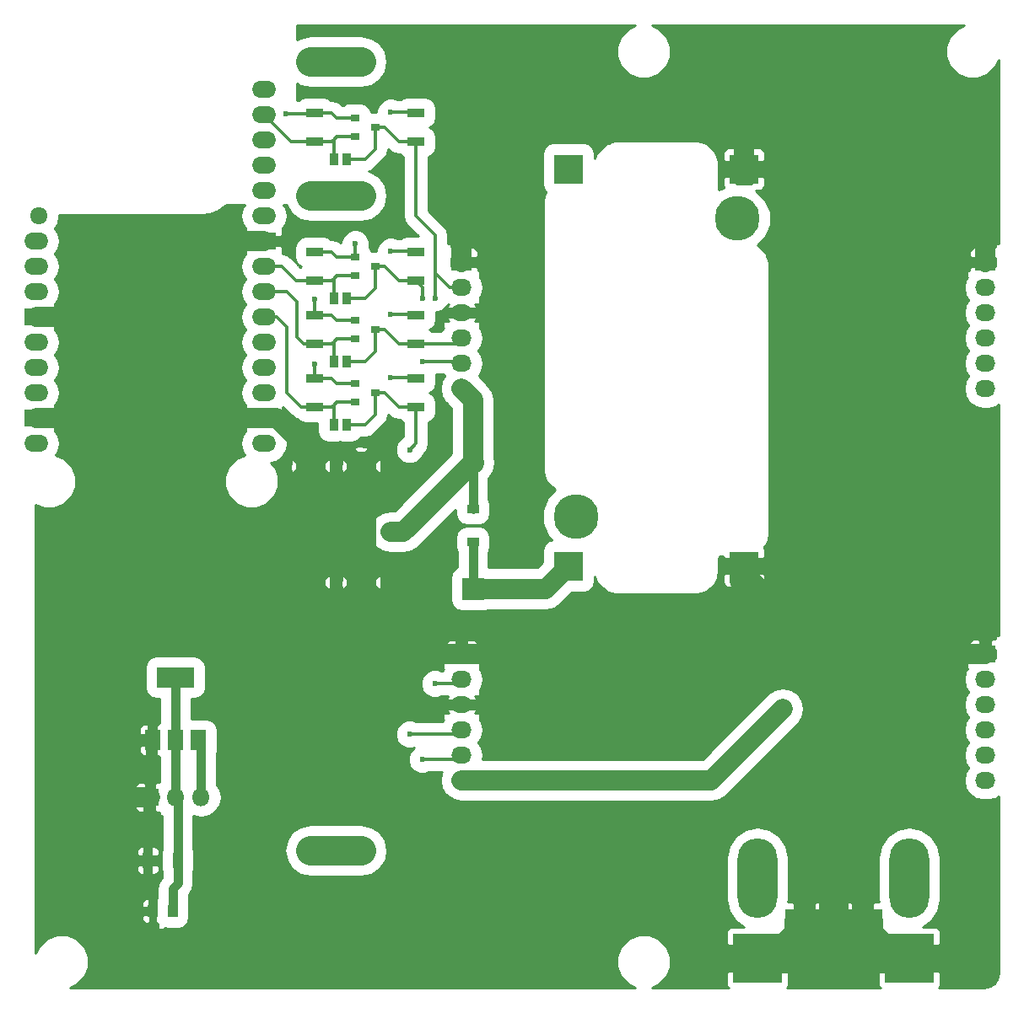
<source format=gtl>
G04 #@! TF.FileFunction,Copper,L1,Top,Signal*
%FSLAX46Y46*%
G04 Gerber Fmt 4.6, Leading zero omitted, Abs format (unit mm)*
G04 Created by KiCad (PCBNEW 4.0.4-stable) date 12/21/17 08:36:57*
%MOMM*%
%LPD*%
G01*
G04 APERTURE LIST*
%ADD10C,0.250000*%
%ADD11C,4.500000*%
%ADD12R,3.000000X3.000000*%
%ADD13R,2.400000X1.700000*%
%ADD14O,2.400000X1.700000*%
%ADD15O,1.800000X1.700000*%
%ADD16R,1.000000X1.600000*%
%ADD17R,1.000000X1.250000*%
%ADD18R,2.200000X2.200000*%
%ADD19O,2.200000X2.200000*%
%ADD20O,4.000000X8.000000*%
%ADD21R,5.000000X5.000000*%
%ADD22R,4.000000X4.000000*%
%ADD23O,2.032000X1.727200*%
%ADD24R,2.032000X1.727200*%
%ADD25C,2.800000*%
%ADD26R,0.900000X0.800000*%
%ADD27R,1.700000X0.900000*%
%ADD28R,1.800000X1.800000*%
%ADD29O,1.800000X1.800000*%
%ADD30R,1.200000X0.900000*%
%ADD31R,3.800000X2.000000*%
%ADD32R,1.500000X2.000000*%
%ADD33R,0.970000X1.270000*%
%ADD34C,0.600000*%
%ADD35C,2.000000*%
%ADD36C,3.000000*%
%ADD37C,0.900000*%
%ADD38C,0.300000*%
%ADD39C,0.254000*%
G04 APERTURE END LIST*
D10*
D11*
X129070100Y-114020600D03*
X145249900Y-84099400D03*
D12*
X128346200Y-118999000D03*
X145973800Y-118999000D03*
X145973800Y-79121000D03*
X128346200Y-79121000D03*
D13*
X97790000Y-104140000D03*
D14*
X97790000Y-101600000D03*
X97790000Y-99060000D03*
X97790000Y-96520000D03*
X97790000Y-93980000D03*
D15*
X75180000Y-83820000D03*
D14*
X97790000Y-91440000D03*
X74930000Y-86360000D03*
X97790000Y-88900000D03*
X74930000Y-88900000D03*
D13*
X97790000Y-86360000D03*
D14*
X74930000Y-91440000D03*
X97790000Y-83820000D03*
D13*
X74930000Y-93980000D03*
D14*
X97790000Y-81280000D03*
X74930000Y-96520000D03*
X97790000Y-78740000D03*
X74930000Y-99060000D03*
X97790000Y-76200000D03*
X74930000Y-101600000D03*
X97790000Y-73660000D03*
D13*
X74930000Y-104140000D03*
D14*
X97790000Y-71120000D03*
X74930000Y-106680000D03*
X97790000Y-106680000D03*
D16*
X89130000Y-148590000D03*
X86130000Y-148590000D03*
D17*
X88630000Y-153670000D03*
X86630000Y-153670000D03*
D18*
X118745000Y-121285000D03*
D19*
X118745000Y-108585000D03*
D20*
X162560000Y-150400000D03*
D21*
X162560000Y-158400000D03*
D22*
X157860000Y-155400000D03*
D23*
X117625000Y-101175000D03*
X117625000Y-98635000D03*
X117625000Y-96095000D03*
X117625000Y-93555000D03*
X117625000Y-91015000D03*
D24*
X117625000Y-88475000D03*
D25*
X102455980Y-68336160D03*
X107535980Y-68336160D03*
X102453440Y-81798160D03*
X107533440Y-81798160D03*
X102453440Y-108976160D03*
X107533440Y-108976160D03*
X102453440Y-120660160D03*
X107533440Y-120660160D03*
X102453440Y-147584160D03*
X107533440Y-147584160D03*
D23*
X117625000Y-140550000D03*
X117625000Y-138010000D03*
X117625000Y-135470000D03*
X117625000Y-132930000D03*
X117625000Y-130390000D03*
D24*
X117625000Y-127850000D03*
D23*
X170200000Y-101175000D03*
X170200000Y-98635000D03*
X170200000Y-96095000D03*
X170200000Y-93555000D03*
X170200000Y-91015000D03*
D24*
X170200000Y-88475000D03*
D23*
X170200000Y-140525000D03*
X170200000Y-137985000D03*
X170200000Y-135445000D03*
X170200000Y-132905000D03*
X170200000Y-130365000D03*
D24*
X170200000Y-127825000D03*
D26*
X106950000Y-100650000D03*
X106950000Y-102550000D03*
X108950000Y-101600000D03*
X106950000Y-94300000D03*
X106950000Y-96200000D03*
X108950000Y-95250000D03*
X106950000Y-87950000D03*
X106950000Y-89850000D03*
X108950000Y-88900000D03*
X106950000Y-73980000D03*
X106950000Y-75880000D03*
X108950000Y-74930000D03*
D27*
X102870000Y-100150000D03*
X102870000Y-103050000D03*
X102870000Y-93800000D03*
X102870000Y-96700000D03*
X102870000Y-87450000D03*
X102870000Y-90350000D03*
X102870000Y-73480000D03*
X102870000Y-76380000D03*
X113030000Y-100150000D03*
X113030000Y-103050000D03*
X113030000Y-93800000D03*
X113030000Y-96700000D03*
X113030000Y-87450000D03*
X113030000Y-90350000D03*
X113030000Y-73480000D03*
X113030000Y-76380000D03*
D28*
X86360000Y-142240000D03*
D29*
X88900000Y-142240000D03*
X91440000Y-142240000D03*
D30*
X118745000Y-116585000D03*
X118745000Y-113285000D03*
D31*
X88900000Y-130200000D03*
D32*
X88900000Y-136500000D03*
X91200000Y-136500000D03*
X86600000Y-136500000D03*
D20*
X147320000Y-150400000D03*
D21*
X147320000Y-158400000D03*
D22*
X152020000Y-155400000D03*
D33*
X104770000Y-98425000D03*
X106050000Y-98425000D03*
X104770000Y-92075000D03*
X106050000Y-92075000D03*
X104770000Y-104775000D03*
X106050000Y-104775000D03*
X104770000Y-78105000D03*
X106050000Y-78105000D03*
D34*
X149860000Y-133350000D03*
X110490000Y-115570000D03*
X110490000Y-73406000D03*
X110490000Y-100076000D03*
X110490000Y-93726000D03*
X110490000Y-87376000D03*
X113665000Y-98425000D03*
X113665000Y-138430000D03*
X113665000Y-92075000D03*
X114935000Y-130810000D03*
X114935000Y-92075000D03*
X106934000Y-86614000D03*
X102870000Y-98679000D03*
X102870000Y-92202000D03*
X99949000Y-73533000D03*
X112395000Y-135890000D03*
X112395000Y-107315000D03*
D35*
X117625000Y-140550000D02*
X142660000Y-140550000D01*
X142660000Y-140550000D02*
X149860000Y-133350000D01*
X110490000Y-115570000D02*
X111760000Y-115570000D01*
X111760000Y-115570000D02*
X118745000Y-108585000D01*
D36*
X102453440Y-147584160D02*
X107533440Y-147584160D01*
D37*
X88630000Y-153670000D02*
X88630000Y-151400000D01*
X89130000Y-150900000D02*
X89130000Y-148590000D01*
X88630000Y-151400000D02*
X89130000Y-150900000D01*
X89130000Y-148590000D02*
X89130000Y-142470000D01*
X89130000Y-142470000D02*
X88900000Y-142240000D01*
X88900000Y-142240000D02*
X88900000Y-136500000D01*
X88900000Y-136500000D02*
X88900000Y-130200000D01*
X111760000Y-115570000D02*
X118745000Y-108585000D01*
X118745000Y-113285000D02*
X118745000Y-108585000D01*
D35*
X117625000Y-101175000D02*
X118745000Y-102295000D01*
X118745000Y-102295000D02*
X118745000Y-108585000D01*
D38*
X113030000Y-73480000D02*
X112956000Y-73406000D01*
X112956000Y-73406000D02*
X110490000Y-73406000D01*
X113030000Y-100150000D02*
X112956000Y-100076000D01*
X112956000Y-100076000D02*
X110490000Y-100076000D01*
X113030000Y-93800000D02*
X112956000Y-93726000D01*
X112956000Y-93726000D02*
X110490000Y-93726000D01*
X113030000Y-87450000D02*
X112956000Y-87376000D01*
X112956000Y-87376000D02*
X110490000Y-87376000D01*
X113030000Y-73480000D02*
X112850000Y-73660000D01*
D35*
X145973800Y-79121000D02*
X145973800Y-71374000D01*
X145973800Y-71374000D02*
X145288000Y-71374000D01*
D36*
X145973800Y-120373800D02*
X153450000Y-127850000D01*
X145973800Y-118999000D02*
X145973800Y-120373800D01*
D38*
X117625000Y-88475000D02*
X119590000Y-88475000D01*
X120650000Y-89535000D02*
X120650000Y-90805000D01*
X119590000Y-88475000D02*
X120650000Y-89535000D01*
X117625000Y-132930000D02*
X119800000Y-132930000D01*
X121285000Y-131445000D02*
X121285000Y-127850000D01*
X119800000Y-132930000D02*
X121285000Y-131445000D01*
X117625000Y-93555000D02*
X119805000Y-93555000D01*
X120650000Y-92710000D02*
X120650000Y-90805000D01*
X119805000Y-93555000D02*
X120650000Y-92710000D01*
D35*
X97790000Y-104140000D02*
X99060000Y-104140000D01*
X102453440Y-107533440D02*
X102453440Y-108976160D01*
X99060000Y-104140000D02*
X102453440Y-107533440D01*
X92710000Y-104140000D02*
X92710000Y-113030000D01*
X95250000Y-115570000D02*
X102453440Y-115570000D01*
X92710000Y-113030000D02*
X95250000Y-115570000D01*
X85725000Y-90170000D02*
X85725000Y-104140000D01*
X74930000Y-104140000D02*
X85725000Y-104140000D01*
X85725000Y-104140000D02*
X92710000Y-104140000D01*
X92710000Y-104140000D02*
X97790000Y-104140000D01*
X74930000Y-93980000D02*
X81915000Y-93980000D01*
X89535000Y-86360000D02*
X97790000Y-86360000D01*
X81915000Y-93980000D02*
X85725000Y-90170000D01*
X85725000Y-90170000D02*
X89535000Y-86360000D01*
X86360000Y-142240000D02*
X83185000Y-142240000D01*
X85079840Y-120660160D02*
X102453440Y-120660160D01*
X81915000Y-123825000D02*
X85079840Y-120660160D01*
X81915000Y-140970000D02*
X81915000Y-123825000D01*
X83185000Y-142240000D02*
X81915000Y-140970000D01*
D36*
X107533440Y-108976160D02*
X107533440Y-120660160D01*
X102453440Y-108976160D02*
X102453440Y-115570000D01*
X102453440Y-115570000D02*
X102453440Y-120660160D01*
D35*
X102453440Y-120660160D02*
X102453440Y-125313440D01*
X104990000Y-127850000D02*
X111340000Y-127850000D01*
X102453440Y-125313440D02*
X104990000Y-127850000D01*
X117625000Y-127850000D02*
X121285000Y-127850000D01*
X121285000Y-127850000D02*
X153450000Y-127850000D01*
X153450000Y-127850000D02*
X154940000Y-129340000D01*
D36*
X147320000Y-158400000D02*
X162560000Y-158400000D01*
X154940000Y-155400000D02*
X154940000Y-129340000D01*
X154940000Y-129340000D02*
X147160000Y-121560000D01*
D35*
X160020000Y-127825000D02*
X160020000Y-71374000D01*
X170200000Y-127825000D02*
X160020000Y-127825000D01*
D36*
X160020000Y-127825000D02*
X153425000Y-127825000D01*
D35*
X153425000Y-127825000D02*
X147160000Y-121560000D01*
X170200000Y-88475000D02*
X170200000Y-73680000D01*
X167894000Y-71374000D02*
X160020000Y-71374000D01*
X170200000Y-73680000D02*
X167894000Y-71374000D01*
X160020000Y-71374000D02*
X145288000Y-71374000D01*
D37*
X86130000Y-148590000D02*
X86130000Y-142470000D01*
X86130000Y-142470000D02*
X86360000Y-142240000D01*
X86630000Y-153670000D02*
X86630000Y-151400000D01*
X86130000Y-150900000D02*
X86130000Y-148590000D01*
X86630000Y-151400000D02*
X86130000Y-150900000D01*
X86360000Y-142240000D02*
X86360000Y-136740000D01*
X86360000Y-136740000D02*
X86600000Y-136500000D01*
D36*
X162560000Y-158400000D02*
X160860000Y-158400000D01*
X160860000Y-158400000D02*
X157860000Y-155400000D01*
X147320000Y-158400000D02*
X149020000Y-158400000D01*
X149020000Y-158400000D02*
X152020000Y-155400000D01*
X152020000Y-155400000D02*
X154940000Y-155400000D01*
X154940000Y-155400000D02*
X157860000Y-155400000D01*
D35*
X123444000Y-71374000D02*
X117625000Y-77193000D01*
X117625000Y-77193000D02*
X117625000Y-88475000D01*
X145288000Y-71374000D02*
X123444000Y-71374000D01*
X117625000Y-127850000D02*
X111340000Y-127850000D01*
X107533440Y-124043440D02*
X107533440Y-120660160D01*
X111340000Y-127850000D02*
X107533440Y-124043440D01*
D38*
X117625000Y-132930000D02*
X117205000Y-133350000D01*
D35*
X118745000Y-121285000D02*
X126060200Y-121285000D01*
X126060200Y-121285000D02*
X128346200Y-118999000D01*
D37*
X91440000Y-142240000D02*
X91440000Y-136740000D01*
X91440000Y-136740000D02*
X91200000Y-136500000D01*
D36*
X147320000Y-152400000D02*
X147320000Y-151130000D01*
D37*
X118745000Y-116585000D02*
X118745000Y-121285000D01*
D36*
X102453440Y-81798160D02*
X107533440Y-81798160D01*
X102455980Y-68336160D02*
X107535980Y-68336160D01*
D38*
X108950000Y-88900000D02*
X108950000Y-91075000D01*
X107950000Y-92075000D02*
X106050000Y-92075000D01*
X108950000Y-91075000D02*
X107950000Y-92075000D01*
X117625000Y-98635000D02*
X117415000Y-98425000D01*
X117415000Y-98425000D02*
X113665000Y-98425000D01*
X113030000Y-90350000D02*
X113665000Y-90985000D01*
X113665000Y-138430000D02*
X117205000Y-138430000D01*
X113665000Y-90985000D02*
X113665000Y-92075000D01*
X117205000Y-138430000D02*
X117625000Y-138010000D01*
X117205000Y-138430000D02*
X117625000Y-138010000D01*
X117625000Y-138010000D02*
X117205000Y-138430000D01*
X108950000Y-88900000D02*
X109855000Y-88900000D01*
X109855000Y-88900000D02*
X111305000Y-90350000D01*
X111305000Y-90350000D02*
X113030000Y-90350000D01*
X108950000Y-74930000D02*
X108950000Y-77105000D01*
X107950000Y-78105000D02*
X106050000Y-78105000D01*
X108950000Y-77105000D02*
X107950000Y-78105000D01*
X114935000Y-89535000D02*
X114935000Y-92075000D01*
X114935000Y-130810000D02*
X117205000Y-130810000D01*
X117205000Y-130810000D02*
X117625000Y-130390000D01*
X113030000Y-76380000D02*
X113030000Y-83820000D01*
X116415000Y-91015000D02*
X117625000Y-91015000D01*
X114935000Y-89535000D02*
X116415000Y-91015000D01*
X114935000Y-85725000D02*
X114935000Y-89535000D01*
X113030000Y-83820000D02*
X114935000Y-85725000D01*
X108950000Y-74930000D02*
X109855000Y-74930000D01*
X111305000Y-76380000D02*
X113030000Y-76380000D01*
X109855000Y-74930000D02*
X111305000Y-76380000D01*
X106934000Y-87934000D02*
X106934000Y-86614000D01*
X106950000Y-87950000D02*
X106934000Y-87934000D01*
X102870000Y-100150000D02*
X102870000Y-98679000D01*
X102870000Y-93800000D02*
X102870000Y-92202000D01*
X102870000Y-73480000D02*
X102817000Y-73533000D01*
X102817000Y-73533000D02*
X99949000Y-73533000D01*
X102870000Y-73480000D02*
X104595000Y-73480000D01*
X104595000Y-73480000D02*
X105095000Y-73980000D01*
X105095000Y-73980000D02*
X106950000Y-73980000D01*
X102870000Y-100150000D02*
X104595000Y-100150000D01*
X105095000Y-100650000D02*
X106950000Y-100650000D01*
X104595000Y-100150000D02*
X105095000Y-100650000D01*
X102870000Y-93800000D02*
X104595000Y-93800000D01*
X105095000Y-94300000D02*
X106950000Y-94300000D01*
X104595000Y-93800000D02*
X105095000Y-94300000D01*
X102870000Y-87450000D02*
X104595000Y-87450000D01*
X105095000Y-87950000D02*
X106950000Y-87950000D01*
X104595000Y-87450000D02*
X105095000Y-87950000D01*
X104770000Y-92075000D02*
X104770000Y-90175000D01*
X104770000Y-90175000D02*
X104775000Y-90170000D01*
X104770000Y-92075000D02*
X104595000Y-92075000D01*
X97790000Y-88900000D02*
X99568000Y-88900000D01*
X101018000Y-90350000D02*
X102870000Y-90350000D01*
X99568000Y-88900000D02*
X101018000Y-90350000D01*
D10*
X102870000Y-90350000D02*
X102817000Y-90297000D01*
D38*
X102870000Y-90350000D02*
X104595000Y-90350000D01*
X104595000Y-90350000D02*
X104775000Y-90170000D01*
X105095000Y-89850000D02*
X106950000Y-89850000D01*
X104775000Y-90170000D02*
X105095000Y-89850000D01*
X104770000Y-78105000D02*
X104770000Y-76205000D01*
X104770000Y-76205000D02*
X104775000Y-76200000D01*
X102870000Y-76380000D02*
X103045000Y-76380000D01*
X102870000Y-76380000D02*
X100510000Y-76380000D01*
X100510000Y-76380000D02*
X97790000Y-73660000D01*
X102870000Y-76380000D02*
X104595000Y-76380000D01*
X104595000Y-76380000D02*
X104775000Y-76200000D01*
X105095000Y-75880000D02*
X106950000Y-75880000D01*
X104775000Y-76200000D02*
X105095000Y-75880000D01*
X108950000Y-95250000D02*
X108950000Y-97425000D01*
X107950000Y-98425000D02*
X106050000Y-98425000D01*
X108950000Y-97425000D02*
X107950000Y-98425000D01*
X113030000Y-96700000D02*
X117020000Y-96700000D01*
X117020000Y-96700000D02*
X117625000Y-96095000D01*
X117020000Y-96700000D02*
X117625000Y-96095000D01*
X108950000Y-95250000D02*
X109855000Y-95250000D01*
X111305000Y-96700000D02*
X113030000Y-96700000D01*
X109855000Y-95250000D02*
X111305000Y-96700000D01*
X108950000Y-101600000D02*
X108950000Y-103775000D01*
X107950000Y-104775000D02*
X106050000Y-104775000D01*
X108950000Y-103775000D02*
X107950000Y-104775000D01*
X113030000Y-103050000D02*
X113030000Y-106680000D01*
X112395000Y-135890000D02*
X117205000Y-135890000D01*
X113030000Y-106680000D02*
X112395000Y-107315000D01*
X117205000Y-135890000D02*
X117625000Y-135470000D01*
X108950000Y-101600000D02*
X109855000Y-101600000D01*
X111305000Y-103050000D02*
X113030000Y-103050000D01*
X109855000Y-101600000D02*
X111305000Y-103050000D01*
X117625000Y-135470000D02*
X117205000Y-135890000D01*
X104770000Y-98425000D02*
X104770000Y-96525000D01*
X104770000Y-96525000D02*
X104775000Y-96520000D01*
X97790000Y-91440000D02*
X100076000Y-91440000D01*
X101780000Y-96700000D02*
X102870000Y-96700000D01*
X101092000Y-96012000D02*
X101780000Y-96700000D01*
X101092000Y-92456000D02*
X101092000Y-96012000D01*
X100076000Y-91440000D02*
X101092000Y-92456000D01*
X102870000Y-96700000D02*
X104595000Y-96700000D01*
X105095000Y-96200000D02*
X106950000Y-96200000D01*
X104595000Y-96700000D02*
X104775000Y-96520000D01*
X104775000Y-96520000D02*
X105095000Y-96200000D01*
X104770000Y-104775000D02*
X104770000Y-102875000D01*
X104770000Y-102875000D02*
X104775000Y-102870000D01*
X97790000Y-93980000D02*
X99060000Y-93980000D01*
X101526000Y-103050000D02*
X102870000Y-103050000D01*
X100076000Y-101600000D02*
X101526000Y-103050000D01*
X100076000Y-94996000D02*
X100076000Y-101600000D01*
X99060000Y-93980000D02*
X100076000Y-94996000D01*
D10*
X102870000Y-103050000D02*
X102817000Y-102997000D01*
D38*
X102870000Y-103050000D02*
X104595000Y-103050000D01*
X105095000Y-102550000D02*
X106950000Y-102550000D01*
X104595000Y-103050000D02*
X104775000Y-102870000D01*
X104775000Y-102870000D02*
X105095000Y-102550000D01*
D39*
G36*
X134347297Y-64996814D02*
X133579510Y-65763262D01*
X133163474Y-66765186D01*
X133162528Y-67850054D01*
X133576814Y-68852703D01*
X134343262Y-69620490D01*
X135345186Y-70036526D01*
X136430054Y-70037472D01*
X137432703Y-69623186D01*
X138200490Y-68856738D01*
X138616526Y-67854814D01*
X138617472Y-66769946D01*
X138203186Y-65767297D01*
X137436738Y-64999510D01*
X136720256Y-64702000D01*
X168080802Y-64702000D01*
X167367297Y-64996814D01*
X166599510Y-65763262D01*
X166183474Y-66765186D01*
X166182528Y-67850054D01*
X166596814Y-68852703D01*
X167363262Y-69620490D01*
X168365186Y-70036526D01*
X169450054Y-70037472D01*
X170452703Y-69623186D01*
X171220490Y-68856738D01*
X171518000Y-68140256D01*
X171518000Y-86601998D01*
X171216000Y-86601998D01*
X171216000Y-86984400D01*
X170864750Y-86984400D01*
X170708000Y-87141150D01*
X170708000Y-88043200D01*
X171216000Y-88043200D01*
X171216000Y-88906800D01*
X170708000Y-88906800D01*
X170708000Y-89086782D01*
X170394384Y-89024400D01*
X170005616Y-89024400D01*
X169692000Y-89086782D01*
X169692000Y-88906800D01*
X168713750Y-88906800D01*
X168557000Y-89063550D01*
X168557000Y-89338600D01*
X168326998Y-89338600D01*
X168326998Y-89965600D01*
X168358729Y-89965600D01*
X168166541Y-90253230D01*
X168015016Y-91015000D01*
X168166541Y-91776770D01*
X168506130Y-92285000D01*
X168166541Y-92793230D01*
X168015016Y-93555000D01*
X168166541Y-94316770D01*
X168506130Y-94825000D01*
X168166541Y-95333230D01*
X168015016Y-96095000D01*
X168166541Y-96856770D01*
X168506130Y-97365000D01*
X168166541Y-97873230D01*
X168015016Y-98635000D01*
X168166541Y-99396770D01*
X168506130Y-99905000D01*
X168166541Y-100413230D01*
X168015016Y-101175000D01*
X168166541Y-101936770D01*
X168598049Y-102582567D01*
X169243846Y-103014075D01*
X170005616Y-103165600D01*
X170394384Y-103165600D01*
X171156154Y-103014075D01*
X171518000Y-102772297D01*
X171518000Y-125951998D01*
X171216000Y-125951998D01*
X171216000Y-126334400D01*
X170864750Y-126334400D01*
X170708000Y-126491150D01*
X170708000Y-127393200D01*
X171216000Y-127393200D01*
X171216000Y-128256800D01*
X170708000Y-128256800D01*
X170708000Y-128436782D01*
X170394384Y-128374400D01*
X170005616Y-128374400D01*
X169692000Y-128436782D01*
X169692000Y-128256800D01*
X168713750Y-128256800D01*
X168557000Y-128413550D01*
X168557000Y-128688600D01*
X168326998Y-128688600D01*
X168326998Y-129315600D01*
X168358729Y-129315600D01*
X168166541Y-129603230D01*
X168015016Y-130365000D01*
X168166541Y-131126770D01*
X168506130Y-131635000D01*
X168166541Y-132143230D01*
X168015016Y-132905000D01*
X168166541Y-133666770D01*
X168506130Y-134175000D01*
X168166541Y-134683230D01*
X168015016Y-135445000D01*
X168166541Y-136206770D01*
X168506130Y-136715000D01*
X168166541Y-137223230D01*
X168015016Y-137985000D01*
X168166541Y-138746770D01*
X168506130Y-139255000D01*
X168166541Y-139763230D01*
X168015016Y-140525000D01*
X168166541Y-141286770D01*
X168598049Y-141932567D01*
X169243846Y-142364075D01*
X170005616Y-142515600D01*
X170394384Y-142515600D01*
X171156154Y-142364075D01*
X171518000Y-142122297D01*
X171518000Y-159901612D01*
X171394395Y-160523019D01*
X171109457Y-160949457D01*
X170683019Y-161234395D01*
X170061613Y-161358000D01*
X165488712Y-161358000D01*
X165591545Y-161255167D01*
X165687000Y-161024718D01*
X165687000Y-159806750D01*
X165530250Y-159650000D01*
X163810000Y-159650000D01*
X163810000Y-160293000D01*
X161310000Y-160293000D01*
X161310000Y-159650000D01*
X159589750Y-159650000D01*
X159433000Y-159806750D01*
X159433000Y-161024718D01*
X159528455Y-161255167D01*
X159631288Y-161358000D01*
X150248712Y-161358000D01*
X150351545Y-161255167D01*
X150447000Y-161024718D01*
X150447000Y-159806750D01*
X150290250Y-159650000D01*
X148570000Y-159650000D01*
X148570000Y-160293000D01*
X146070000Y-160293000D01*
X146070000Y-159650000D01*
X144349750Y-159650000D01*
X144193000Y-159806750D01*
X144193000Y-161024718D01*
X144288455Y-161255167D01*
X144391288Y-161358000D01*
X136719198Y-161358000D01*
X137432703Y-161063186D01*
X138200490Y-160296738D01*
X138616526Y-159294814D01*
X138617472Y-158209946D01*
X138203186Y-157207297D01*
X137436738Y-156439510D01*
X136434814Y-156023474D01*
X135349946Y-156022528D01*
X134347297Y-156436814D01*
X133579510Y-157203262D01*
X133163474Y-158205186D01*
X133162528Y-159290054D01*
X133576814Y-160292703D01*
X134343262Y-161060490D01*
X135059744Y-161358000D01*
X78299198Y-161358000D01*
X79012703Y-161063186D01*
X79780490Y-160296738D01*
X80196526Y-159294814D01*
X80197472Y-158209946D01*
X79783186Y-157207297D01*
X79016738Y-156439510D01*
X78014814Y-156023474D01*
X76929946Y-156022528D01*
X75927297Y-156436814D01*
X75159510Y-157203262D01*
X74862000Y-157919744D01*
X74862000Y-154139250D01*
X85503000Y-154139250D01*
X85503000Y-154419718D01*
X85598455Y-154650167D01*
X85774833Y-154826545D01*
X86005282Y-154922000D01*
X86223250Y-154922000D01*
X86380000Y-154765250D01*
X86380000Y-153982500D01*
X85659750Y-153982500D01*
X85503000Y-154139250D01*
X74862000Y-154139250D01*
X74862000Y-152920282D01*
X85503000Y-152920282D01*
X85503000Y-153200750D01*
X85659750Y-153357500D01*
X86380000Y-153357500D01*
X86380000Y-152574750D01*
X86223250Y-152418000D01*
X86005282Y-152418000D01*
X85774833Y-152513455D01*
X85598455Y-152689833D01*
X85503000Y-152920282D01*
X74862000Y-152920282D01*
X74862000Y-149146750D01*
X85003000Y-149146750D01*
X85003000Y-149514718D01*
X85098455Y-149745167D01*
X85274833Y-149921545D01*
X85505282Y-150017000D01*
X85723250Y-150017000D01*
X85880000Y-149860250D01*
X85880000Y-148990000D01*
X86380000Y-148990000D01*
X86380000Y-149860250D01*
X86536750Y-150017000D01*
X86754718Y-150017000D01*
X86985167Y-149921545D01*
X87161545Y-149745167D01*
X87257000Y-149514718D01*
X87257000Y-149146750D01*
X87100250Y-148990000D01*
X86380000Y-148990000D01*
X85880000Y-148990000D01*
X85159750Y-148990000D01*
X85003000Y-149146750D01*
X74862000Y-149146750D01*
X74862000Y-147665282D01*
X85003000Y-147665282D01*
X85003000Y-148033250D01*
X85159750Y-148190000D01*
X85880000Y-148190000D01*
X85880000Y-147319750D01*
X86380000Y-147319750D01*
X86380000Y-148190000D01*
X87100250Y-148190000D01*
X87257000Y-148033250D01*
X87257000Y-147665282D01*
X87161545Y-147434833D01*
X86985167Y-147258455D01*
X86754718Y-147163000D01*
X86536750Y-147163000D01*
X86380000Y-147319750D01*
X85880000Y-147319750D01*
X85723250Y-147163000D01*
X85505282Y-147163000D01*
X85274833Y-147258455D01*
X85098455Y-147434833D01*
X85003000Y-147665282D01*
X74862000Y-147665282D01*
X74862000Y-142846750D01*
X84833000Y-142846750D01*
X84833000Y-143264718D01*
X84928455Y-143495167D01*
X85104833Y-143671545D01*
X85335282Y-143767000D01*
X85753250Y-143767000D01*
X85910000Y-143610250D01*
X85910000Y-142690000D01*
X84989750Y-142690000D01*
X84833000Y-142846750D01*
X74862000Y-142846750D01*
X74862000Y-141215282D01*
X84833000Y-141215282D01*
X84833000Y-141633250D01*
X84989750Y-141790000D01*
X85910000Y-141790000D01*
X85910000Y-140869750D01*
X85753250Y-140713000D01*
X85335282Y-140713000D01*
X85104833Y-140808455D01*
X84928455Y-140984833D01*
X84833000Y-141215282D01*
X74862000Y-141215282D01*
X74862000Y-137156750D01*
X85223000Y-137156750D01*
X85223000Y-137624718D01*
X85318455Y-137855167D01*
X85494833Y-138031545D01*
X85725282Y-138127000D01*
X86068250Y-138127000D01*
X86225000Y-137970250D01*
X86225000Y-137000000D01*
X85379750Y-137000000D01*
X85223000Y-137156750D01*
X74862000Y-137156750D01*
X74862000Y-135375282D01*
X85223000Y-135375282D01*
X85223000Y-135843250D01*
X85379750Y-136000000D01*
X86225000Y-136000000D01*
X86225000Y-135029750D01*
X86068250Y-134873000D01*
X85725282Y-134873000D01*
X85494833Y-134968455D01*
X85318455Y-135144833D01*
X85223000Y-135375282D01*
X74862000Y-135375282D01*
X74862000Y-129200000D01*
X85850921Y-129200000D01*
X85850921Y-131200000D01*
X85929506Y-131617641D01*
X86176331Y-132001219D01*
X86552944Y-132258548D01*
X87000000Y-132349079D01*
X87323000Y-132349079D01*
X87323000Y-134714063D01*
X87214403Y-134873000D01*
X87131750Y-134873000D01*
X86975000Y-135029750D01*
X86975000Y-136000000D01*
X87000921Y-136000000D01*
X87000921Y-137000000D01*
X86975000Y-137000000D01*
X86975000Y-137970250D01*
X87131750Y-138127000D01*
X87214224Y-138127000D01*
X87323000Y-138296042D01*
X87323000Y-140366998D01*
X87260000Y-140366998D01*
X87260000Y-140713000D01*
X86966750Y-140713000D01*
X86810000Y-140869750D01*
X86810000Y-141790000D01*
X86922799Y-141790000D01*
X86833289Y-142240000D01*
X86922799Y-142690000D01*
X86810000Y-142690000D01*
X86810000Y-143610250D01*
X86966750Y-143767000D01*
X87260000Y-143767000D01*
X87260000Y-144113002D01*
X87553000Y-144113002D01*
X87553000Y-147434063D01*
X87480921Y-147790000D01*
X87480921Y-149390000D01*
X87553000Y-149773065D01*
X87553000Y-150246786D01*
X87514893Y-150284893D01*
X87173042Y-150796508D01*
X87053000Y-151400000D01*
X87053000Y-152418000D01*
X87036750Y-152418000D01*
X86880000Y-152574750D01*
X86880000Y-153357500D01*
X86980921Y-153357500D01*
X86980921Y-153982500D01*
X86880000Y-153982500D01*
X86880000Y-154765250D01*
X87036750Y-154922000D01*
X87130000Y-154922000D01*
X87130000Y-155543002D01*
X87757000Y-155543002D01*
X87757000Y-155368545D01*
X88130000Y-155444079D01*
X89130000Y-155444079D01*
X89547641Y-155365494D01*
X89931219Y-155118669D01*
X90188548Y-154742056D01*
X90279079Y-154295000D01*
X90279079Y-153045000D01*
X90207000Y-152661935D01*
X90207000Y-152053215D01*
X90245108Y-152015107D01*
X90450032Y-151708416D01*
X90586958Y-151503492D01*
X90707000Y-150900000D01*
X90707000Y-149745937D01*
X90779079Y-149390000D01*
X90779079Y-147790000D01*
X90740348Y-147584160D01*
X99826440Y-147584160D01*
X100026408Y-148589469D01*
X100595870Y-149441730D01*
X101448131Y-150011192D01*
X102453440Y-150211160D01*
X107533440Y-150211160D01*
X108538749Y-150011192D01*
X109391010Y-149441730D01*
X109960472Y-148589469D01*
X110018139Y-148299556D01*
X144193000Y-148299556D01*
X144193000Y-152500444D01*
X144431029Y-153697095D01*
X145108877Y-154711567D01*
X145949122Y-155273000D01*
X144695282Y-155273000D01*
X144464833Y-155368455D01*
X144288455Y-155544833D01*
X144193000Y-155775282D01*
X144193000Y-156993250D01*
X144349750Y-157150000D01*
X146070000Y-157150000D01*
X146070000Y-156507000D01*
X148570000Y-156507000D01*
X148570000Y-157150000D01*
X149393000Y-157150000D01*
X149393000Y-157524718D01*
X149488455Y-157755167D01*
X149664833Y-157931545D01*
X149895282Y-158027000D01*
X150863250Y-158027000D01*
X151020000Y-157870250D01*
X151020000Y-156400000D01*
X153020000Y-156400000D01*
X153020000Y-157870250D01*
X153176750Y-158027000D01*
X154144718Y-158027000D01*
X154375167Y-157931545D01*
X154551545Y-157755167D01*
X154647000Y-157524718D01*
X154647000Y-156556750D01*
X155233000Y-156556750D01*
X155233000Y-157524718D01*
X155328455Y-157755167D01*
X155504833Y-157931545D01*
X155735282Y-158027000D01*
X156703250Y-158027000D01*
X156860000Y-157870250D01*
X156860000Y-156400000D01*
X155389750Y-156400000D01*
X155233000Y-156556750D01*
X154647000Y-156556750D01*
X154490250Y-156400000D01*
X153020000Y-156400000D01*
X151020000Y-156400000D01*
X150447000Y-156400000D01*
X150447000Y-155775282D01*
X150351545Y-155544833D01*
X150175167Y-155368455D01*
X150127000Y-155348504D01*
X150127000Y-154400000D01*
X151020000Y-154400000D01*
X151020000Y-152929750D01*
X153020000Y-152929750D01*
X153020000Y-154400000D01*
X154490250Y-154400000D01*
X154647000Y-154243250D01*
X154647000Y-153275282D01*
X155233000Y-153275282D01*
X155233000Y-154243250D01*
X155389750Y-154400000D01*
X156860000Y-154400000D01*
X156860000Y-152929750D01*
X158860000Y-152929750D01*
X158860000Y-154400000D01*
X159753000Y-154400000D01*
X159753000Y-155348504D01*
X159704833Y-155368455D01*
X159528455Y-155544833D01*
X159433000Y-155775282D01*
X159433000Y-156400000D01*
X158860000Y-156400000D01*
X158860000Y-157870250D01*
X159016750Y-158027000D01*
X159984718Y-158027000D01*
X160215167Y-157931545D01*
X160391545Y-157755167D01*
X160487000Y-157524718D01*
X160487000Y-157150000D01*
X161310000Y-157150000D01*
X161310000Y-156507000D01*
X163810000Y-156507000D01*
X163810000Y-157150000D01*
X165530250Y-157150000D01*
X165687000Y-156993250D01*
X165687000Y-155775282D01*
X165591545Y-155544833D01*
X165415167Y-155368455D01*
X165184718Y-155273000D01*
X163930878Y-155273000D01*
X164771123Y-154711567D01*
X165448971Y-153697095D01*
X165687000Y-152500444D01*
X165687000Y-148299556D01*
X165448971Y-147102905D01*
X164771123Y-146088433D01*
X163756651Y-145410585D01*
X162560000Y-145172556D01*
X161363349Y-145410585D01*
X160348877Y-146088433D01*
X159671029Y-147102905D01*
X159433000Y-148299556D01*
X159433000Y-152500444D01*
X159487215Y-152773000D01*
X159016750Y-152773000D01*
X158860000Y-152929750D01*
X156860000Y-152929750D01*
X156703250Y-152773000D01*
X155735282Y-152773000D01*
X155504833Y-152868455D01*
X155328455Y-153044833D01*
X155233000Y-153275282D01*
X154647000Y-153275282D01*
X154551545Y-153044833D01*
X154375167Y-152868455D01*
X154144718Y-152773000D01*
X153176750Y-152773000D01*
X153020000Y-152929750D01*
X151020000Y-152929750D01*
X150863250Y-152773000D01*
X150392785Y-152773000D01*
X150447000Y-152500444D01*
X150447000Y-148299556D01*
X150208971Y-147102905D01*
X149531123Y-146088433D01*
X148516651Y-145410585D01*
X147320000Y-145172556D01*
X146123349Y-145410585D01*
X145108877Y-146088433D01*
X144431029Y-147102905D01*
X144193000Y-148299556D01*
X110018139Y-148299556D01*
X110160440Y-147584160D01*
X109960472Y-146578851D01*
X109391010Y-145726590D01*
X108538749Y-145157128D01*
X107533440Y-144957160D01*
X102453440Y-144957160D01*
X101448131Y-145157128D01*
X100595870Y-145726590D01*
X100026408Y-146578851D01*
X99826440Y-147584160D01*
X90740348Y-147584160D01*
X90707000Y-147406935D01*
X90707000Y-144129096D01*
X91400289Y-144267000D01*
X91479711Y-144267000D01*
X92255410Y-144112704D01*
X92913016Y-143673305D01*
X93352415Y-143015699D01*
X93506711Y-142240000D01*
X93352415Y-141464301D01*
X93017000Y-140962318D01*
X93017000Y-137905319D01*
X93099079Y-137500000D01*
X93099079Y-136172603D01*
X110967752Y-136172603D01*
X111184543Y-136697275D01*
X111585614Y-137099047D01*
X112109907Y-137316752D01*
X112677603Y-137317248D01*
X112817935Y-137259264D01*
X112455953Y-137620614D01*
X112238248Y-138144907D01*
X112237752Y-138712603D01*
X112454543Y-139237275D01*
X112855614Y-139639047D01*
X113379907Y-139856752D01*
X113947603Y-139857248D01*
X114311229Y-139707000D01*
X115645817Y-139707000D01*
X115591541Y-139788230D01*
X115440016Y-140550000D01*
X115591541Y-141311770D01*
X116023049Y-141957567D01*
X116083550Y-141997993D01*
X116120984Y-142054016D01*
X116811032Y-142515092D01*
X117625000Y-142677000D01*
X142660000Y-142677000D01*
X143473968Y-142515092D01*
X144164016Y-142054016D01*
X151364016Y-134854016D01*
X151825092Y-134163967D01*
X151987000Y-133350000D01*
X151825092Y-132536032D01*
X151364016Y-131845984D01*
X150673968Y-131384908D01*
X149860000Y-131223000D01*
X149046033Y-131384908D01*
X148355984Y-131845984D01*
X141778968Y-138423000D01*
X119727833Y-138423000D01*
X119809984Y-138010000D01*
X119658459Y-137248230D01*
X119318870Y-136740000D01*
X119658459Y-136231770D01*
X119809984Y-135470000D01*
X119658459Y-134708230D01*
X119466271Y-134420600D01*
X119498002Y-134420600D01*
X119498002Y-133793600D01*
X118955842Y-133793600D01*
X119118974Y-133579667D01*
X119039424Y-133361800D01*
X118133000Y-133361800D01*
X118133000Y-133541782D01*
X117819384Y-133479400D01*
X117430616Y-133479400D01*
X117117000Y-133541782D01*
X117117000Y-133361800D01*
X116210576Y-133361800D01*
X116131026Y-133579667D01*
X116294158Y-133793600D01*
X115751998Y-133793600D01*
X115751998Y-134420600D01*
X115783730Y-134420600D01*
X115655172Y-134613000D01*
X113040737Y-134613000D01*
X112680093Y-134463248D01*
X112112397Y-134462752D01*
X111587725Y-134679543D01*
X111185953Y-135080614D01*
X110968248Y-135604907D01*
X110967752Y-136172603D01*
X93099079Y-136172603D01*
X93099079Y-135500000D01*
X93020494Y-135082359D01*
X92773669Y-134698781D01*
X92397056Y-134441452D01*
X91950000Y-134350921D01*
X90477000Y-134350921D01*
X90477000Y-132349079D01*
X90800000Y-132349079D01*
X91217641Y-132270494D01*
X91601219Y-132023669D01*
X91858548Y-131647056D01*
X91949079Y-131200000D01*
X91949079Y-131092603D01*
X113507752Y-131092603D01*
X113724543Y-131617275D01*
X114125614Y-132019047D01*
X114649907Y-132236752D01*
X115217603Y-132237248D01*
X115581229Y-132087000D01*
X116278450Y-132087000D01*
X116131026Y-132280333D01*
X116210576Y-132498200D01*
X117117000Y-132498200D01*
X117117000Y-132318218D01*
X117430616Y-132380600D01*
X117819384Y-132380600D01*
X118133000Y-132318218D01*
X118133000Y-132498200D01*
X119039424Y-132498200D01*
X119118974Y-132280333D01*
X118955842Y-132066400D01*
X119498002Y-132066400D01*
X119498002Y-131439400D01*
X119466271Y-131439400D01*
X119658459Y-131151770D01*
X119809984Y-130390000D01*
X119658459Y-129628230D01*
X119466271Y-129340600D01*
X119498002Y-129340600D01*
X119498002Y-128713600D01*
X119268000Y-128713600D01*
X119268000Y-128438550D01*
X119111250Y-128281800D01*
X118133000Y-128281800D01*
X118133000Y-128461782D01*
X117819384Y-128399400D01*
X117430616Y-128399400D01*
X117117000Y-128461782D01*
X117117000Y-128281800D01*
X116138750Y-128281800D01*
X115982000Y-128438550D01*
X115982000Y-128713600D01*
X115751998Y-128713600D01*
X115751998Y-129340600D01*
X115783730Y-129340600D01*
X115655172Y-129533000D01*
X115580737Y-129533000D01*
X115220093Y-129383248D01*
X114652397Y-129382752D01*
X114127725Y-129599543D01*
X113725953Y-130000614D01*
X113508248Y-130524907D01*
X113507752Y-131092603D01*
X91949079Y-131092603D01*
X91949079Y-129200000D01*
X91870494Y-128782359D01*
X91623669Y-128398781D01*
X91247056Y-128141452D01*
X90800000Y-128050921D01*
X87000000Y-128050921D01*
X86582359Y-128129506D01*
X86198781Y-128376331D01*
X85941452Y-128752944D01*
X85850921Y-129200000D01*
X74862000Y-129200000D01*
X74862000Y-126861682D01*
X115982000Y-126861682D01*
X115982000Y-127261450D01*
X116138750Y-127418200D01*
X117117000Y-127418200D01*
X117117000Y-126516150D01*
X118133000Y-126516150D01*
X118133000Y-127418200D01*
X119111250Y-127418200D01*
X119268000Y-127261450D01*
X119268000Y-126861682D01*
X119257645Y-126836682D01*
X168557000Y-126836682D01*
X168557000Y-127236450D01*
X168713750Y-127393200D01*
X169692000Y-127393200D01*
X169692000Y-126491150D01*
X169535250Y-126334400D01*
X169059282Y-126334400D01*
X168828833Y-126429855D01*
X168652455Y-126606233D01*
X168557000Y-126836682D01*
X119257645Y-126836682D01*
X119172545Y-126631233D01*
X118996167Y-126454855D01*
X118765718Y-126359400D01*
X118289750Y-126359400D01*
X118133000Y-126516150D01*
X117117000Y-126516150D01*
X116960250Y-126359400D01*
X116484282Y-126359400D01*
X116253833Y-126454855D01*
X116077455Y-126631233D01*
X115982000Y-126861682D01*
X74862000Y-126861682D01*
X74862000Y-122411707D01*
X101691842Y-122411707D01*
X101876771Y-122644787D01*
X102680151Y-122714399D01*
X103030109Y-122644787D01*
X103215038Y-122411707D01*
X106771842Y-122411707D01*
X106956771Y-122644787D01*
X107760151Y-122714399D01*
X108110109Y-122644787D01*
X108295038Y-122411707D01*
X107533440Y-121650109D01*
X106771842Y-122411707D01*
X103215038Y-122411707D01*
X102453440Y-121650109D01*
X101691842Y-122411707D01*
X74862000Y-122411707D01*
X74862000Y-120886871D01*
X100399201Y-120886871D01*
X100468813Y-121236829D01*
X100701893Y-121421758D01*
X101463491Y-120660160D01*
X103443389Y-120660160D01*
X104204987Y-121421758D01*
X104438067Y-121236829D01*
X104468390Y-120886871D01*
X105479201Y-120886871D01*
X105548813Y-121236829D01*
X105781893Y-121421758D01*
X106543491Y-120660160D01*
X108523389Y-120660160D01*
X109284987Y-121421758D01*
X109518067Y-121236829D01*
X109587679Y-120433449D01*
X109538259Y-120185000D01*
X116495921Y-120185000D01*
X116495921Y-122385000D01*
X116574506Y-122802641D01*
X116821331Y-123186219D01*
X117197944Y-123443548D01*
X117645000Y-123534079D01*
X119845000Y-123534079D01*
X120262641Y-123455494D01*
X120330233Y-123412000D01*
X126060200Y-123412000D01*
X126874168Y-123250092D01*
X127564216Y-122789016D01*
X128705153Y-121648079D01*
X129846200Y-121648079D01*
X130263841Y-121569494D01*
X130647419Y-121322669D01*
X130904748Y-120946056D01*
X130995279Y-120499000D01*
X130995279Y-120087988D01*
X130997769Y-120100506D01*
X131177246Y-120533802D01*
X131452547Y-120945820D01*
X131452548Y-120945821D01*
X131452549Y-120945823D01*
X131784177Y-121277451D01*
X131784179Y-121277452D01*
X131784180Y-121277453D01*
X132196197Y-121552754D01*
X132375674Y-121627095D01*
X132629493Y-121732231D01*
X133115501Y-121828904D01*
X133233889Y-121828904D01*
X133350000Y-121852000D01*
X140970000Y-121852000D01*
X141086111Y-121828904D01*
X141204499Y-121828904D01*
X141690506Y-121732231D01*
X142123802Y-121552754D01*
X142535820Y-121277453D01*
X142535821Y-121277452D01*
X142535823Y-121277451D01*
X142867451Y-120945823D01*
X142867452Y-120945821D01*
X142867453Y-120945820D01*
X143142754Y-120533803D01*
X143217095Y-120354326D01*
X143322231Y-120100507D01*
X143360970Y-119905750D01*
X143846800Y-119905750D01*
X143846800Y-120623718D01*
X143942255Y-120854167D01*
X144118633Y-121030545D01*
X144349082Y-121126000D01*
X145067050Y-121126000D01*
X145223800Y-120969250D01*
X145223800Y-119749000D01*
X146723800Y-119749000D01*
X146723800Y-120969250D01*
X146880550Y-121126000D01*
X147598518Y-121126000D01*
X147828967Y-121030545D01*
X148005345Y-120854167D01*
X148100800Y-120623718D01*
X148100800Y-119905750D01*
X147944050Y-119749000D01*
X146723800Y-119749000D01*
X145223800Y-119749000D01*
X144003550Y-119749000D01*
X143846800Y-119905750D01*
X143360970Y-119905750D01*
X143418904Y-119614499D01*
X143418904Y-119496111D01*
X143442000Y-119380000D01*
X143442000Y-118228388D01*
X143468933Y-118092988D01*
X143478568Y-118078567D01*
X143492987Y-118068933D01*
X143628387Y-118042000D01*
X143846800Y-118042000D01*
X143846800Y-118092250D01*
X144003550Y-118249000D01*
X145223800Y-118249000D01*
X145223800Y-118042000D01*
X146050000Y-118042000D01*
X146166111Y-118018904D01*
X146284499Y-118018904D01*
X146723800Y-117931521D01*
X146723800Y-118249000D01*
X147944050Y-118249000D01*
X148100800Y-118092250D01*
X148100800Y-117374282D01*
X148005345Y-117143833D01*
X147967432Y-117105920D01*
X148222754Y-116723803D01*
X148297157Y-116544177D01*
X148402231Y-116290507D01*
X148498904Y-115804499D01*
X148498904Y-115686111D01*
X148522000Y-115570000D01*
X148522000Y-88900000D01*
X148498904Y-88783889D01*
X148498904Y-88665501D01*
X148402231Y-88179493D01*
X148280848Y-87886450D01*
X148222754Y-87746197D01*
X148049352Y-87486682D01*
X168557000Y-87486682D01*
X168557000Y-87886450D01*
X168713750Y-88043200D01*
X169692000Y-88043200D01*
X169692000Y-87141150D01*
X169535250Y-86984400D01*
X169059282Y-86984400D01*
X168828833Y-87079855D01*
X168652455Y-87256233D01*
X168557000Y-87486682D01*
X148049352Y-87486682D01*
X147947453Y-87334180D01*
X147947452Y-87334179D01*
X147947451Y-87334177D01*
X147615823Y-87002549D01*
X147615821Y-87002548D01*
X147615820Y-87002547D01*
X147319796Y-86804750D01*
X148111112Y-86014814D01*
X148626312Y-84774074D01*
X148627485Y-83430620D01*
X148114450Y-82188982D01*
X147175109Y-81248000D01*
X147846802Y-81248000D01*
X147846802Y-81134710D01*
X148005345Y-80976167D01*
X148100800Y-80745718D01*
X148100800Y-80027750D01*
X147944050Y-79871000D01*
X146723800Y-79871000D01*
X146723800Y-80621000D01*
X145223800Y-80621000D01*
X145223800Y-79871000D01*
X144003550Y-79871000D01*
X143846800Y-80027750D01*
X143846800Y-80745718D01*
X143942255Y-80976167D01*
X143949064Y-80982976D01*
X143442000Y-81192490D01*
X143442000Y-78740000D01*
X143418904Y-78623889D01*
X143418904Y-78505501D01*
X143322231Y-78019493D01*
X143172081Y-77657000D01*
X143142754Y-77586197D01*
X143082675Y-77496282D01*
X143846800Y-77496282D01*
X143846800Y-78214250D01*
X144003550Y-78371000D01*
X145223800Y-78371000D01*
X145223800Y-77150750D01*
X146723800Y-77150750D01*
X146723800Y-78371000D01*
X147944050Y-78371000D01*
X148100800Y-78214250D01*
X148100800Y-77496282D01*
X148005345Y-77265833D01*
X147828967Y-77089455D01*
X147598518Y-76994000D01*
X146880550Y-76994000D01*
X146723800Y-77150750D01*
X145223800Y-77150750D01*
X145067050Y-76994000D01*
X144349082Y-76994000D01*
X144118633Y-77089455D01*
X143942255Y-77265833D01*
X143846800Y-77496282D01*
X143082675Y-77496282D01*
X142867453Y-77174180D01*
X142867451Y-77174178D01*
X142867451Y-77174177D01*
X142535823Y-76842549D01*
X142535821Y-76842548D01*
X142535820Y-76842547D01*
X142123802Y-76567246D01*
X141690506Y-76387769D01*
X141204499Y-76291096D01*
X141086111Y-76291096D01*
X140970000Y-76268000D01*
X133350000Y-76268000D01*
X133233889Y-76291096D01*
X133115501Y-76291096D01*
X132629493Y-76387769D01*
X132375674Y-76492905D01*
X132196197Y-76567246D01*
X131784180Y-76842547D01*
X131784179Y-76842548D01*
X131784177Y-76842549D01*
X131452549Y-77174177D01*
X131452549Y-77174178D01*
X131452547Y-77174180D01*
X131177246Y-77586198D01*
X131012705Y-77983435D01*
X130997769Y-78019494D01*
X130995279Y-78032012D01*
X130995279Y-77621000D01*
X130916694Y-77203359D01*
X130669869Y-76819781D01*
X130293256Y-76562452D01*
X129846200Y-76471921D01*
X126846200Y-76471921D01*
X126428559Y-76550506D01*
X126044981Y-76797331D01*
X125787652Y-77173944D01*
X125697121Y-77621000D01*
X125697121Y-80621000D01*
X125775706Y-81038641D01*
X126022531Y-81422219D01*
X126072364Y-81456268D01*
X125930748Y-81798160D01*
X125917769Y-81829494D01*
X125821096Y-82315501D01*
X125821096Y-82433889D01*
X125798000Y-82550000D01*
X125798000Y-109220000D01*
X125821096Y-109336111D01*
X125821096Y-109454499D01*
X125917769Y-109940506D01*
X126097246Y-110373802D01*
X126372547Y-110785820D01*
X126372548Y-110785821D01*
X126372549Y-110785823D01*
X126704177Y-111117451D01*
X126704179Y-111117452D01*
X126704180Y-111117453D01*
X127000204Y-111315250D01*
X126208888Y-112105186D01*
X125693688Y-113345926D01*
X125692515Y-114689380D01*
X126205550Y-115931018D01*
X126658904Y-116385163D01*
X126428559Y-116428506D01*
X126044981Y-116675331D01*
X125787652Y-117051944D01*
X125697121Y-117499000D01*
X125697121Y-118640047D01*
X125179168Y-119158000D01*
X120338228Y-119158000D01*
X120322000Y-119146912D01*
X120322000Y-117601405D01*
X120403548Y-117482056D01*
X120494079Y-117035000D01*
X120494079Y-116135000D01*
X120415494Y-115717359D01*
X120168669Y-115333781D01*
X119792056Y-115076452D01*
X119345000Y-114985921D01*
X118145000Y-114985921D01*
X117727359Y-115064506D01*
X117343781Y-115311331D01*
X117086452Y-115687944D01*
X116995921Y-116135000D01*
X116995921Y-117035000D01*
X117074506Y-117452641D01*
X117168000Y-117597935D01*
X117168000Y-119152702D01*
X116843781Y-119361331D01*
X116586452Y-119737944D01*
X116495921Y-120185000D01*
X109538259Y-120185000D01*
X109518067Y-120083491D01*
X109284987Y-119898562D01*
X108523389Y-120660160D01*
X106543491Y-120660160D01*
X105781893Y-119898562D01*
X105548813Y-120083491D01*
X105479201Y-120886871D01*
X104468390Y-120886871D01*
X104507679Y-120433449D01*
X104438067Y-120083491D01*
X104204987Y-119898562D01*
X103443389Y-120660160D01*
X101463491Y-120660160D01*
X100701893Y-119898562D01*
X100468813Y-120083491D01*
X100399201Y-120886871D01*
X74862000Y-120886871D01*
X74862000Y-118908613D01*
X101691842Y-118908613D01*
X102453440Y-119670211D01*
X103215038Y-118908613D01*
X106771842Y-118908613D01*
X107533440Y-119670211D01*
X108295038Y-118908613D01*
X108110109Y-118675533D01*
X107306729Y-118605921D01*
X106956771Y-118675533D01*
X106771842Y-118908613D01*
X103215038Y-118908613D01*
X103030109Y-118675533D01*
X102226729Y-118605921D01*
X101876771Y-118675533D01*
X101691842Y-118908613D01*
X74862000Y-118908613D01*
X74862000Y-112887166D01*
X75655186Y-113216526D01*
X76740054Y-113217472D01*
X77742703Y-112803186D01*
X78510490Y-112036738D01*
X78926526Y-111034814D01*
X78926530Y-111030054D01*
X93792528Y-111030054D01*
X94206814Y-112032703D01*
X94973262Y-112800490D01*
X95975186Y-113216526D01*
X97060054Y-113217472D01*
X98062703Y-112803186D01*
X98830490Y-112036738D01*
X99246526Y-111034814D01*
X99246793Y-110727707D01*
X101691842Y-110727707D01*
X101876771Y-110960787D01*
X102680151Y-111030399D01*
X103030109Y-110960787D01*
X103215038Y-110727707D01*
X106771842Y-110727707D01*
X106956771Y-110960787D01*
X107760151Y-111030399D01*
X108110109Y-110960787D01*
X108295038Y-110727707D01*
X107533440Y-109966109D01*
X106771842Y-110727707D01*
X103215038Y-110727707D01*
X102453440Y-109966109D01*
X101691842Y-110727707D01*
X99246793Y-110727707D01*
X99247472Y-109949946D01*
X98938787Y-109202871D01*
X100399201Y-109202871D01*
X100468813Y-109552829D01*
X100701893Y-109737758D01*
X101463491Y-108976160D01*
X103443389Y-108976160D01*
X104204987Y-109737758D01*
X104438067Y-109552829D01*
X104468390Y-109202871D01*
X105479201Y-109202871D01*
X105548813Y-109552829D01*
X105781893Y-109737758D01*
X106543491Y-108976160D01*
X108523389Y-108976160D01*
X109284987Y-109737758D01*
X109518067Y-109552829D01*
X109587679Y-108749449D01*
X109518067Y-108399491D01*
X109284987Y-108214562D01*
X108523389Y-108976160D01*
X106543491Y-108976160D01*
X105781893Y-108214562D01*
X105548813Y-108399491D01*
X105479201Y-109202871D01*
X104468390Y-109202871D01*
X104507679Y-108749449D01*
X104438067Y-108399491D01*
X104204987Y-108214562D01*
X103443389Y-108976160D01*
X101463491Y-108976160D01*
X100701893Y-108214562D01*
X100468813Y-108399491D01*
X100399201Y-109202871D01*
X98938787Y-109202871D01*
X98833186Y-108947297D01*
X98484118Y-108597619D01*
X98942154Y-108506510D01*
X99583539Y-108077950D01*
X100012099Y-107436565D01*
X100054258Y-107224613D01*
X101691842Y-107224613D01*
X102453440Y-107986211D01*
X103215038Y-107224613D01*
X106771842Y-107224613D01*
X107533440Y-107986211D01*
X108295038Y-107224613D01*
X108110109Y-106991533D01*
X107306729Y-106921921D01*
X106956771Y-106991533D01*
X106771842Y-107224613D01*
X103215038Y-107224613D01*
X103030109Y-106991533D01*
X102226729Y-106921921D01*
X101876771Y-106991533D01*
X101691842Y-107224613D01*
X100054258Y-107224613D01*
X100162589Y-106680000D01*
X100012099Y-105923435D01*
X99663002Y-105400975D01*
X99663002Y-104990000D01*
X99617000Y-104990000D01*
X99617000Y-104721750D01*
X99460250Y-104565000D01*
X98390000Y-104565000D01*
X98390000Y-104743660D01*
X98185589Y-104703000D01*
X97394411Y-104703000D01*
X97190000Y-104743660D01*
X97190000Y-104565000D01*
X96119750Y-104565000D01*
X95963000Y-104721750D01*
X95963000Y-104990000D01*
X95916998Y-104990000D01*
X95916998Y-105400975D01*
X95567901Y-105923435D01*
X95417411Y-106680000D01*
X95567901Y-107436565D01*
X95827728Y-107825423D01*
X94977297Y-108176814D01*
X94209510Y-108943262D01*
X93793474Y-109945186D01*
X93792528Y-111030054D01*
X78926530Y-111030054D01*
X78927472Y-109949946D01*
X78513186Y-108947297D01*
X77746738Y-108179510D01*
X76892648Y-107824860D01*
X77152099Y-107436565D01*
X77302589Y-106680000D01*
X77152099Y-105923435D01*
X76803002Y-105400975D01*
X76803002Y-104990000D01*
X76757000Y-104990000D01*
X76757000Y-104721750D01*
X76600250Y-104565000D01*
X75530000Y-104565000D01*
X75530000Y-104743660D01*
X75325589Y-104703000D01*
X74862000Y-104703000D01*
X74862000Y-103577000D01*
X75325589Y-103577000D01*
X75530000Y-103536340D01*
X75530000Y-103715000D01*
X76600250Y-103715000D01*
X76757000Y-103558250D01*
X76757000Y-103290000D01*
X76803002Y-103290000D01*
X76803002Y-102879025D01*
X77152099Y-102356565D01*
X77302589Y-101600000D01*
X77152099Y-100843435D01*
X76809033Y-100330000D01*
X77152099Y-99816565D01*
X77302589Y-99060000D01*
X77152099Y-98303435D01*
X76809033Y-97790000D01*
X77152099Y-97276565D01*
X77302589Y-96520000D01*
X77152099Y-95763435D01*
X76803002Y-95240975D01*
X76803002Y-94830000D01*
X76757000Y-94830000D01*
X76757000Y-94561750D01*
X76600250Y-94405000D01*
X75530000Y-94405000D01*
X75530000Y-94583660D01*
X75325589Y-94543000D01*
X74862000Y-94543000D01*
X74862000Y-93417000D01*
X75325589Y-93417000D01*
X75530000Y-93376340D01*
X75530000Y-93555000D01*
X76600250Y-93555000D01*
X76757000Y-93398250D01*
X76757000Y-93130000D01*
X76803002Y-93130000D01*
X76803002Y-92719025D01*
X77152099Y-92196565D01*
X77302589Y-91440000D01*
X77152099Y-90683435D01*
X76809033Y-90170000D01*
X77152099Y-89656565D01*
X77302589Y-88900000D01*
X77152099Y-88143435D01*
X76809033Y-87630000D01*
X77152099Y-87116565D01*
X77302589Y-86360000D01*
X77152099Y-85603435D01*
X76781094Y-85048186D01*
X77096221Y-84576565D01*
X77246711Y-83820000D01*
X77233185Y-83752000D01*
X91440000Y-83752000D01*
X91556111Y-83728904D01*
X91674499Y-83728904D01*
X92646515Y-83535558D01*
X92973919Y-83399942D01*
X93079812Y-83356080D01*
X93903847Y-82805477D01*
X94032324Y-82677000D01*
X95826109Y-82677000D01*
X95567901Y-83063435D01*
X95417411Y-83820000D01*
X95567901Y-84576565D01*
X95916998Y-85099025D01*
X95916998Y-85510000D01*
X95963000Y-85510000D01*
X95963000Y-85778250D01*
X96119750Y-85935000D01*
X97190000Y-85935000D01*
X97190000Y-85756340D01*
X97394411Y-85797000D01*
X98185589Y-85797000D01*
X98390000Y-85756340D01*
X98390000Y-85935000D01*
X99460250Y-85935000D01*
X99617000Y-85778250D01*
X99617000Y-85510000D01*
X99663002Y-85510000D01*
X99663002Y-85099025D01*
X100012099Y-84576565D01*
X100162589Y-83820000D01*
X100012099Y-83063435D01*
X99753891Y-82677000D01*
X100001252Y-82677000D01*
X100026408Y-82803469D01*
X100595870Y-83655730D01*
X101448131Y-84225192D01*
X102453440Y-84425160D01*
X107533440Y-84425160D01*
X108538749Y-84225192D01*
X109391010Y-83655730D01*
X109960472Y-82803469D01*
X110160440Y-81798160D01*
X109960472Y-80792851D01*
X109391010Y-79940590D01*
X108538749Y-79371128D01*
X108271703Y-79318009D01*
X108438687Y-79284794D01*
X108852975Y-79007975D01*
X109852976Y-78007975D01*
X110129795Y-77593686D01*
X110226510Y-77107461D01*
X110402025Y-77282976D01*
X110650373Y-77448916D01*
X110816313Y-77559794D01*
X111305000Y-77657000D01*
X111394063Y-77657000D01*
X111732944Y-77888548D01*
X111753000Y-77892609D01*
X111753000Y-83820000D01*
X111850206Y-84308687D01*
X112029197Y-84576565D01*
X112127025Y-84722975D01*
X113254971Y-85850921D01*
X112180000Y-85850921D01*
X111762359Y-85929506D01*
X111498957Y-86099000D01*
X111135737Y-86099000D01*
X110775093Y-85949248D01*
X110207397Y-85948752D01*
X109682725Y-86165543D01*
X109280953Y-86566614D01*
X109063248Y-87090907D01*
X109063021Y-87350921D01*
X108511619Y-87350921D01*
X108470494Y-87132359D01*
X108344922Y-86937215D01*
X108360752Y-86899093D01*
X108361248Y-86331397D01*
X108144457Y-85806725D01*
X107743386Y-85404953D01*
X107219093Y-85187248D01*
X106651397Y-85186752D01*
X106126725Y-85403543D01*
X105724953Y-85804614D01*
X105507248Y-86328907D01*
X105507050Y-86556099D01*
X105497975Y-86547025D01*
X105478332Y-86533900D01*
X105083687Y-86270206D01*
X104595000Y-86173000D01*
X104505937Y-86173000D01*
X104167056Y-85941452D01*
X103720000Y-85850921D01*
X102020000Y-85850921D01*
X101602359Y-85929506D01*
X101218781Y-86176331D01*
X100961452Y-86552944D01*
X100870921Y-87000000D01*
X100870921Y-87900000D01*
X100949506Y-88317641D01*
X101196331Y-88701219D01*
X101489949Y-88901840D01*
X101420487Y-88946537D01*
X100470975Y-87997025D01*
X100383666Y-87938687D01*
X100056687Y-87720206D01*
X99679125Y-87645104D01*
X99663002Y-87620974D01*
X99663002Y-87210000D01*
X99617000Y-87210000D01*
X99617000Y-86941750D01*
X99460250Y-86785000D01*
X98390000Y-86785000D01*
X98390000Y-86963660D01*
X98185589Y-86923000D01*
X97394411Y-86923000D01*
X97190000Y-86963660D01*
X97190000Y-86785000D01*
X96119750Y-86785000D01*
X95963000Y-86941750D01*
X95963000Y-87210000D01*
X95916998Y-87210000D01*
X95916998Y-87620975D01*
X95567901Y-88143435D01*
X95417411Y-88900000D01*
X95567901Y-89656565D01*
X95910967Y-90170000D01*
X95567901Y-90683435D01*
X95417411Y-91440000D01*
X95567901Y-92196565D01*
X95910967Y-92710000D01*
X95567901Y-93223435D01*
X95417411Y-93980000D01*
X95567901Y-94736565D01*
X95910967Y-95250000D01*
X95567901Y-95763435D01*
X95417411Y-96520000D01*
X95567901Y-97276565D01*
X95910967Y-97790000D01*
X95567901Y-98303435D01*
X95417411Y-99060000D01*
X95567901Y-99816565D01*
X95910967Y-100330000D01*
X95567901Y-100843435D01*
X95417411Y-101600000D01*
X95567901Y-102356565D01*
X95916998Y-102879025D01*
X95916998Y-103290000D01*
X95963000Y-103290000D01*
X95963000Y-103558250D01*
X96119750Y-103715000D01*
X97190000Y-103715000D01*
X97190000Y-103536340D01*
X97394411Y-103577000D01*
X98185589Y-103577000D01*
X98390000Y-103536340D01*
X98390000Y-103715000D01*
X99460250Y-103715000D01*
X99617000Y-103558250D01*
X99617000Y-103290000D01*
X99663002Y-103290000D01*
X99663002Y-102992953D01*
X100623025Y-103952976D01*
X100871373Y-104118916D01*
X101037313Y-104229794D01*
X101166965Y-104255584D01*
X101196331Y-104301219D01*
X101572944Y-104558548D01*
X102020000Y-104649079D01*
X103135921Y-104649079D01*
X103135921Y-105410000D01*
X103214506Y-105827641D01*
X103461331Y-106211219D01*
X103837944Y-106468548D01*
X104285000Y-106559079D01*
X105255000Y-106559079D01*
X105415690Y-106528843D01*
X105565000Y-106559079D01*
X106535000Y-106559079D01*
X106952641Y-106480494D01*
X107336219Y-106233669D01*
X107460348Y-106052000D01*
X107950000Y-106052000D01*
X108438687Y-105954794D01*
X108852975Y-105677975D01*
X109852976Y-104677975D01*
X110129795Y-104263686D01*
X110226510Y-103777461D01*
X110402025Y-103952976D01*
X110650373Y-104118916D01*
X110816313Y-104229794D01*
X111305000Y-104327000D01*
X111394063Y-104327000D01*
X111732944Y-104558548D01*
X111753000Y-104562609D01*
X111753000Y-106036252D01*
X111587725Y-106104543D01*
X111185953Y-106505614D01*
X110968248Y-107029907D01*
X110967752Y-107597603D01*
X111184543Y-108122275D01*
X111585614Y-108524047D01*
X112109907Y-108741752D01*
X112677603Y-108742248D01*
X113202275Y-108525457D01*
X113604047Y-108124386D01*
X113754928Y-107761022D01*
X113932976Y-107582975D01*
X114209795Y-107168686D01*
X114307000Y-106680000D01*
X114307000Y-104564472D01*
X114681219Y-104323669D01*
X114938548Y-103947056D01*
X115029079Y-103500000D01*
X115029079Y-102600000D01*
X114950494Y-102182359D01*
X114703669Y-101798781D01*
X114410051Y-101598160D01*
X114681219Y-101423669D01*
X114938548Y-101047056D01*
X115029079Y-100600000D01*
X115029079Y-99702000D01*
X115795489Y-99702000D01*
X115931130Y-99905000D01*
X115591541Y-100413230D01*
X115440016Y-101175000D01*
X115591541Y-101936770D01*
X116023049Y-102582567D01*
X116083550Y-102622993D01*
X116120984Y-102679016D01*
X116618000Y-103176032D01*
X116618000Y-107703968D01*
X110878968Y-113443000D01*
X110490000Y-113443000D01*
X109676032Y-113604908D01*
X108985984Y-114065984D01*
X108524908Y-114756032D01*
X108363000Y-115570000D01*
X108524908Y-116383968D01*
X108985984Y-117074016D01*
X109676032Y-117535092D01*
X110490000Y-117697000D01*
X111760000Y-117697000D01*
X112573968Y-117535092D01*
X113264016Y-117074016D01*
X116995921Y-113342111D01*
X116995921Y-113735000D01*
X117074506Y-114152641D01*
X117321331Y-114536219D01*
X117697944Y-114793548D01*
X118145000Y-114884079D01*
X119345000Y-114884079D01*
X119762641Y-114805494D01*
X120146219Y-114558669D01*
X120403548Y-114182056D01*
X120494079Y-113735000D01*
X120494079Y-112835000D01*
X120415494Y-112417359D01*
X120322000Y-112272065D01*
X120322000Y-110199955D01*
X120802480Y-109480866D01*
X120972000Y-108628630D01*
X120972000Y-108541370D01*
X120872000Y-108038635D01*
X120872000Y-102295000D01*
X120710092Y-101481032D01*
X120249016Y-100790984D01*
X119336559Y-99878527D01*
X119658459Y-99396770D01*
X119809984Y-98635000D01*
X119658459Y-97873230D01*
X119318870Y-97365000D01*
X119658459Y-96856770D01*
X119809984Y-96095000D01*
X119658459Y-95333230D01*
X119466271Y-95045600D01*
X119498002Y-95045600D01*
X119498002Y-94418600D01*
X118955842Y-94418600D01*
X119118974Y-94204667D01*
X119039424Y-93986800D01*
X118133000Y-93986800D01*
X118133000Y-94166782D01*
X117819384Y-94104400D01*
X117430616Y-94104400D01*
X117117000Y-94166782D01*
X117117000Y-93986800D01*
X116210576Y-93986800D01*
X116131026Y-94204667D01*
X116294158Y-94418600D01*
X115751998Y-94418600D01*
X115751998Y-95045600D01*
X115783729Y-95045600D01*
X115591541Y-95333230D01*
X115573685Y-95423000D01*
X114665937Y-95423000D01*
X114410051Y-95248160D01*
X114681219Y-95073669D01*
X114938548Y-94697056D01*
X115029079Y-94250000D01*
X115029079Y-93502083D01*
X115217603Y-93502248D01*
X115742275Y-93285457D01*
X116144047Y-92884386D01*
X116224181Y-92691400D01*
X116294158Y-92691400D01*
X116131026Y-92905333D01*
X116210576Y-93123200D01*
X117117000Y-93123200D01*
X117117000Y-92943218D01*
X117430616Y-93005600D01*
X117819384Y-93005600D01*
X118133000Y-92943218D01*
X118133000Y-93123200D01*
X119039424Y-93123200D01*
X119118974Y-92905333D01*
X118955842Y-92691400D01*
X119498002Y-92691400D01*
X119498002Y-92064400D01*
X119466271Y-92064400D01*
X119658459Y-91776770D01*
X119809984Y-91015000D01*
X119658459Y-90253230D01*
X119466271Y-89965600D01*
X119498002Y-89965600D01*
X119498002Y-89338600D01*
X119268000Y-89338600D01*
X119268000Y-89063550D01*
X119111250Y-88906800D01*
X118133000Y-88906800D01*
X118133000Y-89086782D01*
X117819384Y-89024400D01*
X117430616Y-89024400D01*
X117117000Y-89086782D01*
X117117000Y-88906800D01*
X116609000Y-88906800D01*
X116609000Y-88043200D01*
X117117000Y-88043200D01*
X117117000Y-87141150D01*
X118133000Y-87141150D01*
X118133000Y-88043200D01*
X119111250Y-88043200D01*
X119268000Y-87886450D01*
X119268000Y-87486682D01*
X119172545Y-87256233D01*
X118996167Y-87079855D01*
X118765718Y-86984400D01*
X118289750Y-86984400D01*
X118133000Y-87141150D01*
X117117000Y-87141150D01*
X116960250Y-86984400D01*
X116609000Y-86984400D01*
X116609000Y-86601998D01*
X116212000Y-86601998D01*
X116212000Y-85725000D01*
X116114794Y-85236313D01*
X115837975Y-84822025D01*
X114307000Y-83291050D01*
X114307000Y-77894472D01*
X114681219Y-77653669D01*
X114938548Y-77277056D01*
X115029079Y-76830000D01*
X115029079Y-75930000D01*
X114950494Y-75512359D01*
X114703669Y-75128781D01*
X114410051Y-74928160D01*
X114681219Y-74753669D01*
X114938548Y-74377056D01*
X115029079Y-73930000D01*
X115029079Y-73030000D01*
X114950494Y-72612359D01*
X114703669Y-72228781D01*
X114327056Y-71971452D01*
X113880000Y-71880921D01*
X112180000Y-71880921D01*
X111762359Y-71959506D01*
X111498957Y-72129000D01*
X111135737Y-72129000D01*
X110775093Y-71979248D01*
X110207397Y-71978752D01*
X109682725Y-72195543D01*
X109280953Y-72596614D01*
X109063248Y-73120907D01*
X109063021Y-73380921D01*
X108511619Y-73380921D01*
X108470494Y-73162359D01*
X108223669Y-72778781D01*
X107847056Y-72521452D01*
X107400000Y-72430921D01*
X106500000Y-72430921D01*
X106082359Y-72509506D01*
X105781660Y-72703000D01*
X105623950Y-72703000D01*
X105497975Y-72577025D01*
X105207598Y-72383001D01*
X105083687Y-72300206D01*
X104595000Y-72203000D01*
X104505937Y-72203000D01*
X104167056Y-71971452D01*
X103720000Y-71880921D01*
X102020000Y-71880921D01*
X101602359Y-71959506D01*
X101218781Y-72206331D01*
X101184844Y-72256000D01*
X101092000Y-72256000D01*
X101092000Y-70523536D01*
X101450671Y-70763192D01*
X102455980Y-70963160D01*
X107535980Y-70963160D01*
X108541289Y-70763192D01*
X109393550Y-70193730D01*
X109963012Y-69341469D01*
X110162980Y-68336160D01*
X109963012Y-67330851D01*
X109393550Y-66478590D01*
X108541289Y-65909128D01*
X107535980Y-65709160D01*
X102455980Y-65709160D01*
X101450671Y-65909128D01*
X101092000Y-66148784D01*
X101092000Y-64702000D01*
X135060802Y-64702000D01*
X134347297Y-64996814D01*
X134347297Y-64996814D01*
G37*
X134347297Y-64996814D02*
X133579510Y-65763262D01*
X133163474Y-66765186D01*
X133162528Y-67850054D01*
X133576814Y-68852703D01*
X134343262Y-69620490D01*
X135345186Y-70036526D01*
X136430054Y-70037472D01*
X137432703Y-69623186D01*
X138200490Y-68856738D01*
X138616526Y-67854814D01*
X138617472Y-66769946D01*
X138203186Y-65767297D01*
X137436738Y-64999510D01*
X136720256Y-64702000D01*
X168080802Y-64702000D01*
X167367297Y-64996814D01*
X166599510Y-65763262D01*
X166183474Y-66765186D01*
X166182528Y-67850054D01*
X166596814Y-68852703D01*
X167363262Y-69620490D01*
X168365186Y-70036526D01*
X169450054Y-70037472D01*
X170452703Y-69623186D01*
X171220490Y-68856738D01*
X171518000Y-68140256D01*
X171518000Y-86601998D01*
X171216000Y-86601998D01*
X171216000Y-86984400D01*
X170864750Y-86984400D01*
X170708000Y-87141150D01*
X170708000Y-88043200D01*
X171216000Y-88043200D01*
X171216000Y-88906800D01*
X170708000Y-88906800D01*
X170708000Y-89086782D01*
X170394384Y-89024400D01*
X170005616Y-89024400D01*
X169692000Y-89086782D01*
X169692000Y-88906800D01*
X168713750Y-88906800D01*
X168557000Y-89063550D01*
X168557000Y-89338600D01*
X168326998Y-89338600D01*
X168326998Y-89965600D01*
X168358729Y-89965600D01*
X168166541Y-90253230D01*
X168015016Y-91015000D01*
X168166541Y-91776770D01*
X168506130Y-92285000D01*
X168166541Y-92793230D01*
X168015016Y-93555000D01*
X168166541Y-94316770D01*
X168506130Y-94825000D01*
X168166541Y-95333230D01*
X168015016Y-96095000D01*
X168166541Y-96856770D01*
X168506130Y-97365000D01*
X168166541Y-97873230D01*
X168015016Y-98635000D01*
X168166541Y-99396770D01*
X168506130Y-99905000D01*
X168166541Y-100413230D01*
X168015016Y-101175000D01*
X168166541Y-101936770D01*
X168598049Y-102582567D01*
X169243846Y-103014075D01*
X170005616Y-103165600D01*
X170394384Y-103165600D01*
X171156154Y-103014075D01*
X171518000Y-102772297D01*
X171518000Y-125951998D01*
X171216000Y-125951998D01*
X171216000Y-126334400D01*
X170864750Y-126334400D01*
X170708000Y-126491150D01*
X170708000Y-127393200D01*
X171216000Y-127393200D01*
X171216000Y-128256800D01*
X170708000Y-128256800D01*
X170708000Y-128436782D01*
X170394384Y-128374400D01*
X170005616Y-128374400D01*
X169692000Y-128436782D01*
X169692000Y-128256800D01*
X168713750Y-128256800D01*
X168557000Y-128413550D01*
X168557000Y-128688600D01*
X168326998Y-128688600D01*
X168326998Y-129315600D01*
X168358729Y-129315600D01*
X168166541Y-129603230D01*
X168015016Y-130365000D01*
X168166541Y-131126770D01*
X168506130Y-131635000D01*
X168166541Y-132143230D01*
X168015016Y-132905000D01*
X168166541Y-133666770D01*
X168506130Y-134175000D01*
X168166541Y-134683230D01*
X168015016Y-135445000D01*
X168166541Y-136206770D01*
X168506130Y-136715000D01*
X168166541Y-137223230D01*
X168015016Y-137985000D01*
X168166541Y-138746770D01*
X168506130Y-139255000D01*
X168166541Y-139763230D01*
X168015016Y-140525000D01*
X168166541Y-141286770D01*
X168598049Y-141932567D01*
X169243846Y-142364075D01*
X170005616Y-142515600D01*
X170394384Y-142515600D01*
X171156154Y-142364075D01*
X171518000Y-142122297D01*
X171518000Y-159901612D01*
X171394395Y-160523019D01*
X171109457Y-160949457D01*
X170683019Y-161234395D01*
X170061613Y-161358000D01*
X165488712Y-161358000D01*
X165591545Y-161255167D01*
X165687000Y-161024718D01*
X165687000Y-159806750D01*
X165530250Y-159650000D01*
X163810000Y-159650000D01*
X163810000Y-160293000D01*
X161310000Y-160293000D01*
X161310000Y-159650000D01*
X159589750Y-159650000D01*
X159433000Y-159806750D01*
X159433000Y-161024718D01*
X159528455Y-161255167D01*
X159631288Y-161358000D01*
X150248712Y-161358000D01*
X150351545Y-161255167D01*
X150447000Y-161024718D01*
X150447000Y-159806750D01*
X150290250Y-159650000D01*
X148570000Y-159650000D01*
X148570000Y-160293000D01*
X146070000Y-160293000D01*
X146070000Y-159650000D01*
X144349750Y-159650000D01*
X144193000Y-159806750D01*
X144193000Y-161024718D01*
X144288455Y-161255167D01*
X144391288Y-161358000D01*
X136719198Y-161358000D01*
X137432703Y-161063186D01*
X138200490Y-160296738D01*
X138616526Y-159294814D01*
X138617472Y-158209946D01*
X138203186Y-157207297D01*
X137436738Y-156439510D01*
X136434814Y-156023474D01*
X135349946Y-156022528D01*
X134347297Y-156436814D01*
X133579510Y-157203262D01*
X133163474Y-158205186D01*
X133162528Y-159290054D01*
X133576814Y-160292703D01*
X134343262Y-161060490D01*
X135059744Y-161358000D01*
X78299198Y-161358000D01*
X79012703Y-161063186D01*
X79780490Y-160296738D01*
X80196526Y-159294814D01*
X80197472Y-158209946D01*
X79783186Y-157207297D01*
X79016738Y-156439510D01*
X78014814Y-156023474D01*
X76929946Y-156022528D01*
X75927297Y-156436814D01*
X75159510Y-157203262D01*
X74862000Y-157919744D01*
X74862000Y-154139250D01*
X85503000Y-154139250D01*
X85503000Y-154419718D01*
X85598455Y-154650167D01*
X85774833Y-154826545D01*
X86005282Y-154922000D01*
X86223250Y-154922000D01*
X86380000Y-154765250D01*
X86380000Y-153982500D01*
X85659750Y-153982500D01*
X85503000Y-154139250D01*
X74862000Y-154139250D01*
X74862000Y-152920282D01*
X85503000Y-152920282D01*
X85503000Y-153200750D01*
X85659750Y-153357500D01*
X86380000Y-153357500D01*
X86380000Y-152574750D01*
X86223250Y-152418000D01*
X86005282Y-152418000D01*
X85774833Y-152513455D01*
X85598455Y-152689833D01*
X85503000Y-152920282D01*
X74862000Y-152920282D01*
X74862000Y-149146750D01*
X85003000Y-149146750D01*
X85003000Y-149514718D01*
X85098455Y-149745167D01*
X85274833Y-149921545D01*
X85505282Y-150017000D01*
X85723250Y-150017000D01*
X85880000Y-149860250D01*
X85880000Y-148990000D01*
X86380000Y-148990000D01*
X86380000Y-149860250D01*
X86536750Y-150017000D01*
X86754718Y-150017000D01*
X86985167Y-149921545D01*
X87161545Y-149745167D01*
X87257000Y-149514718D01*
X87257000Y-149146750D01*
X87100250Y-148990000D01*
X86380000Y-148990000D01*
X85880000Y-148990000D01*
X85159750Y-148990000D01*
X85003000Y-149146750D01*
X74862000Y-149146750D01*
X74862000Y-147665282D01*
X85003000Y-147665282D01*
X85003000Y-148033250D01*
X85159750Y-148190000D01*
X85880000Y-148190000D01*
X85880000Y-147319750D01*
X86380000Y-147319750D01*
X86380000Y-148190000D01*
X87100250Y-148190000D01*
X87257000Y-148033250D01*
X87257000Y-147665282D01*
X87161545Y-147434833D01*
X86985167Y-147258455D01*
X86754718Y-147163000D01*
X86536750Y-147163000D01*
X86380000Y-147319750D01*
X85880000Y-147319750D01*
X85723250Y-147163000D01*
X85505282Y-147163000D01*
X85274833Y-147258455D01*
X85098455Y-147434833D01*
X85003000Y-147665282D01*
X74862000Y-147665282D01*
X74862000Y-142846750D01*
X84833000Y-142846750D01*
X84833000Y-143264718D01*
X84928455Y-143495167D01*
X85104833Y-143671545D01*
X85335282Y-143767000D01*
X85753250Y-143767000D01*
X85910000Y-143610250D01*
X85910000Y-142690000D01*
X84989750Y-142690000D01*
X84833000Y-142846750D01*
X74862000Y-142846750D01*
X74862000Y-141215282D01*
X84833000Y-141215282D01*
X84833000Y-141633250D01*
X84989750Y-141790000D01*
X85910000Y-141790000D01*
X85910000Y-140869750D01*
X85753250Y-140713000D01*
X85335282Y-140713000D01*
X85104833Y-140808455D01*
X84928455Y-140984833D01*
X84833000Y-141215282D01*
X74862000Y-141215282D01*
X74862000Y-137156750D01*
X85223000Y-137156750D01*
X85223000Y-137624718D01*
X85318455Y-137855167D01*
X85494833Y-138031545D01*
X85725282Y-138127000D01*
X86068250Y-138127000D01*
X86225000Y-137970250D01*
X86225000Y-137000000D01*
X85379750Y-137000000D01*
X85223000Y-137156750D01*
X74862000Y-137156750D01*
X74862000Y-135375282D01*
X85223000Y-135375282D01*
X85223000Y-135843250D01*
X85379750Y-136000000D01*
X86225000Y-136000000D01*
X86225000Y-135029750D01*
X86068250Y-134873000D01*
X85725282Y-134873000D01*
X85494833Y-134968455D01*
X85318455Y-135144833D01*
X85223000Y-135375282D01*
X74862000Y-135375282D01*
X74862000Y-129200000D01*
X85850921Y-129200000D01*
X85850921Y-131200000D01*
X85929506Y-131617641D01*
X86176331Y-132001219D01*
X86552944Y-132258548D01*
X87000000Y-132349079D01*
X87323000Y-132349079D01*
X87323000Y-134714063D01*
X87214403Y-134873000D01*
X87131750Y-134873000D01*
X86975000Y-135029750D01*
X86975000Y-136000000D01*
X87000921Y-136000000D01*
X87000921Y-137000000D01*
X86975000Y-137000000D01*
X86975000Y-137970250D01*
X87131750Y-138127000D01*
X87214224Y-138127000D01*
X87323000Y-138296042D01*
X87323000Y-140366998D01*
X87260000Y-140366998D01*
X87260000Y-140713000D01*
X86966750Y-140713000D01*
X86810000Y-140869750D01*
X86810000Y-141790000D01*
X86922799Y-141790000D01*
X86833289Y-142240000D01*
X86922799Y-142690000D01*
X86810000Y-142690000D01*
X86810000Y-143610250D01*
X86966750Y-143767000D01*
X87260000Y-143767000D01*
X87260000Y-144113002D01*
X87553000Y-144113002D01*
X87553000Y-147434063D01*
X87480921Y-147790000D01*
X87480921Y-149390000D01*
X87553000Y-149773065D01*
X87553000Y-150246786D01*
X87514893Y-150284893D01*
X87173042Y-150796508D01*
X87053000Y-151400000D01*
X87053000Y-152418000D01*
X87036750Y-152418000D01*
X86880000Y-152574750D01*
X86880000Y-153357500D01*
X86980921Y-153357500D01*
X86980921Y-153982500D01*
X86880000Y-153982500D01*
X86880000Y-154765250D01*
X87036750Y-154922000D01*
X87130000Y-154922000D01*
X87130000Y-155543002D01*
X87757000Y-155543002D01*
X87757000Y-155368545D01*
X88130000Y-155444079D01*
X89130000Y-155444079D01*
X89547641Y-155365494D01*
X89931219Y-155118669D01*
X90188548Y-154742056D01*
X90279079Y-154295000D01*
X90279079Y-153045000D01*
X90207000Y-152661935D01*
X90207000Y-152053215D01*
X90245108Y-152015107D01*
X90450032Y-151708416D01*
X90586958Y-151503492D01*
X90707000Y-150900000D01*
X90707000Y-149745937D01*
X90779079Y-149390000D01*
X90779079Y-147790000D01*
X90740348Y-147584160D01*
X99826440Y-147584160D01*
X100026408Y-148589469D01*
X100595870Y-149441730D01*
X101448131Y-150011192D01*
X102453440Y-150211160D01*
X107533440Y-150211160D01*
X108538749Y-150011192D01*
X109391010Y-149441730D01*
X109960472Y-148589469D01*
X110018139Y-148299556D01*
X144193000Y-148299556D01*
X144193000Y-152500444D01*
X144431029Y-153697095D01*
X145108877Y-154711567D01*
X145949122Y-155273000D01*
X144695282Y-155273000D01*
X144464833Y-155368455D01*
X144288455Y-155544833D01*
X144193000Y-155775282D01*
X144193000Y-156993250D01*
X144349750Y-157150000D01*
X146070000Y-157150000D01*
X146070000Y-156507000D01*
X148570000Y-156507000D01*
X148570000Y-157150000D01*
X149393000Y-157150000D01*
X149393000Y-157524718D01*
X149488455Y-157755167D01*
X149664833Y-157931545D01*
X149895282Y-158027000D01*
X150863250Y-158027000D01*
X151020000Y-157870250D01*
X151020000Y-156400000D01*
X153020000Y-156400000D01*
X153020000Y-157870250D01*
X153176750Y-158027000D01*
X154144718Y-158027000D01*
X154375167Y-157931545D01*
X154551545Y-157755167D01*
X154647000Y-157524718D01*
X154647000Y-156556750D01*
X155233000Y-156556750D01*
X155233000Y-157524718D01*
X155328455Y-157755167D01*
X155504833Y-157931545D01*
X155735282Y-158027000D01*
X156703250Y-158027000D01*
X156860000Y-157870250D01*
X156860000Y-156400000D01*
X155389750Y-156400000D01*
X155233000Y-156556750D01*
X154647000Y-156556750D01*
X154490250Y-156400000D01*
X153020000Y-156400000D01*
X151020000Y-156400000D01*
X150447000Y-156400000D01*
X150447000Y-155775282D01*
X150351545Y-155544833D01*
X150175167Y-155368455D01*
X150127000Y-155348504D01*
X150127000Y-154400000D01*
X151020000Y-154400000D01*
X151020000Y-152929750D01*
X153020000Y-152929750D01*
X153020000Y-154400000D01*
X154490250Y-154400000D01*
X154647000Y-154243250D01*
X154647000Y-153275282D01*
X155233000Y-153275282D01*
X155233000Y-154243250D01*
X155389750Y-154400000D01*
X156860000Y-154400000D01*
X156860000Y-152929750D01*
X158860000Y-152929750D01*
X158860000Y-154400000D01*
X159753000Y-154400000D01*
X159753000Y-155348504D01*
X159704833Y-155368455D01*
X159528455Y-155544833D01*
X159433000Y-155775282D01*
X159433000Y-156400000D01*
X158860000Y-156400000D01*
X158860000Y-157870250D01*
X159016750Y-158027000D01*
X159984718Y-158027000D01*
X160215167Y-157931545D01*
X160391545Y-157755167D01*
X160487000Y-157524718D01*
X160487000Y-157150000D01*
X161310000Y-157150000D01*
X161310000Y-156507000D01*
X163810000Y-156507000D01*
X163810000Y-157150000D01*
X165530250Y-157150000D01*
X165687000Y-156993250D01*
X165687000Y-155775282D01*
X165591545Y-155544833D01*
X165415167Y-155368455D01*
X165184718Y-155273000D01*
X163930878Y-155273000D01*
X164771123Y-154711567D01*
X165448971Y-153697095D01*
X165687000Y-152500444D01*
X165687000Y-148299556D01*
X165448971Y-147102905D01*
X164771123Y-146088433D01*
X163756651Y-145410585D01*
X162560000Y-145172556D01*
X161363349Y-145410585D01*
X160348877Y-146088433D01*
X159671029Y-147102905D01*
X159433000Y-148299556D01*
X159433000Y-152500444D01*
X159487215Y-152773000D01*
X159016750Y-152773000D01*
X158860000Y-152929750D01*
X156860000Y-152929750D01*
X156703250Y-152773000D01*
X155735282Y-152773000D01*
X155504833Y-152868455D01*
X155328455Y-153044833D01*
X155233000Y-153275282D01*
X154647000Y-153275282D01*
X154551545Y-153044833D01*
X154375167Y-152868455D01*
X154144718Y-152773000D01*
X153176750Y-152773000D01*
X153020000Y-152929750D01*
X151020000Y-152929750D01*
X150863250Y-152773000D01*
X150392785Y-152773000D01*
X150447000Y-152500444D01*
X150447000Y-148299556D01*
X150208971Y-147102905D01*
X149531123Y-146088433D01*
X148516651Y-145410585D01*
X147320000Y-145172556D01*
X146123349Y-145410585D01*
X145108877Y-146088433D01*
X144431029Y-147102905D01*
X144193000Y-148299556D01*
X110018139Y-148299556D01*
X110160440Y-147584160D01*
X109960472Y-146578851D01*
X109391010Y-145726590D01*
X108538749Y-145157128D01*
X107533440Y-144957160D01*
X102453440Y-144957160D01*
X101448131Y-145157128D01*
X100595870Y-145726590D01*
X100026408Y-146578851D01*
X99826440Y-147584160D01*
X90740348Y-147584160D01*
X90707000Y-147406935D01*
X90707000Y-144129096D01*
X91400289Y-144267000D01*
X91479711Y-144267000D01*
X92255410Y-144112704D01*
X92913016Y-143673305D01*
X93352415Y-143015699D01*
X93506711Y-142240000D01*
X93352415Y-141464301D01*
X93017000Y-140962318D01*
X93017000Y-137905319D01*
X93099079Y-137500000D01*
X93099079Y-136172603D01*
X110967752Y-136172603D01*
X111184543Y-136697275D01*
X111585614Y-137099047D01*
X112109907Y-137316752D01*
X112677603Y-137317248D01*
X112817935Y-137259264D01*
X112455953Y-137620614D01*
X112238248Y-138144907D01*
X112237752Y-138712603D01*
X112454543Y-139237275D01*
X112855614Y-139639047D01*
X113379907Y-139856752D01*
X113947603Y-139857248D01*
X114311229Y-139707000D01*
X115645817Y-139707000D01*
X115591541Y-139788230D01*
X115440016Y-140550000D01*
X115591541Y-141311770D01*
X116023049Y-141957567D01*
X116083550Y-141997993D01*
X116120984Y-142054016D01*
X116811032Y-142515092D01*
X117625000Y-142677000D01*
X142660000Y-142677000D01*
X143473968Y-142515092D01*
X144164016Y-142054016D01*
X151364016Y-134854016D01*
X151825092Y-134163967D01*
X151987000Y-133350000D01*
X151825092Y-132536032D01*
X151364016Y-131845984D01*
X150673968Y-131384908D01*
X149860000Y-131223000D01*
X149046033Y-131384908D01*
X148355984Y-131845984D01*
X141778968Y-138423000D01*
X119727833Y-138423000D01*
X119809984Y-138010000D01*
X119658459Y-137248230D01*
X119318870Y-136740000D01*
X119658459Y-136231770D01*
X119809984Y-135470000D01*
X119658459Y-134708230D01*
X119466271Y-134420600D01*
X119498002Y-134420600D01*
X119498002Y-133793600D01*
X118955842Y-133793600D01*
X119118974Y-133579667D01*
X119039424Y-133361800D01*
X118133000Y-133361800D01*
X118133000Y-133541782D01*
X117819384Y-133479400D01*
X117430616Y-133479400D01*
X117117000Y-133541782D01*
X117117000Y-133361800D01*
X116210576Y-133361800D01*
X116131026Y-133579667D01*
X116294158Y-133793600D01*
X115751998Y-133793600D01*
X115751998Y-134420600D01*
X115783730Y-134420600D01*
X115655172Y-134613000D01*
X113040737Y-134613000D01*
X112680093Y-134463248D01*
X112112397Y-134462752D01*
X111587725Y-134679543D01*
X111185953Y-135080614D01*
X110968248Y-135604907D01*
X110967752Y-136172603D01*
X93099079Y-136172603D01*
X93099079Y-135500000D01*
X93020494Y-135082359D01*
X92773669Y-134698781D01*
X92397056Y-134441452D01*
X91950000Y-134350921D01*
X90477000Y-134350921D01*
X90477000Y-132349079D01*
X90800000Y-132349079D01*
X91217641Y-132270494D01*
X91601219Y-132023669D01*
X91858548Y-131647056D01*
X91949079Y-131200000D01*
X91949079Y-131092603D01*
X113507752Y-131092603D01*
X113724543Y-131617275D01*
X114125614Y-132019047D01*
X114649907Y-132236752D01*
X115217603Y-132237248D01*
X115581229Y-132087000D01*
X116278450Y-132087000D01*
X116131026Y-132280333D01*
X116210576Y-132498200D01*
X117117000Y-132498200D01*
X117117000Y-132318218D01*
X117430616Y-132380600D01*
X117819384Y-132380600D01*
X118133000Y-132318218D01*
X118133000Y-132498200D01*
X119039424Y-132498200D01*
X119118974Y-132280333D01*
X118955842Y-132066400D01*
X119498002Y-132066400D01*
X119498002Y-131439400D01*
X119466271Y-131439400D01*
X119658459Y-131151770D01*
X119809984Y-130390000D01*
X119658459Y-129628230D01*
X119466271Y-129340600D01*
X119498002Y-129340600D01*
X119498002Y-128713600D01*
X119268000Y-128713600D01*
X119268000Y-128438550D01*
X119111250Y-128281800D01*
X118133000Y-128281800D01*
X118133000Y-128461782D01*
X117819384Y-128399400D01*
X117430616Y-128399400D01*
X117117000Y-128461782D01*
X117117000Y-128281800D01*
X116138750Y-128281800D01*
X115982000Y-128438550D01*
X115982000Y-128713600D01*
X115751998Y-128713600D01*
X115751998Y-129340600D01*
X115783730Y-129340600D01*
X115655172Y-129533000D01*
X115580737Y-129533000D01*
X115220093Y-129383248D01*
X114652397Y-129382752D01*
X114127725Y-129599543D01*
X113725953Y-130000614D01*
X113508248Y-130524907D01*
X113507752Y-131092603D01*
X91949079Y-131092603D01*
X91949079Y-129200000D01*
X91870494Y-128782359D01*
X91623669Y-128398781D01*
X91247056Y-128141452D01*
X90800000Y-128050921D01*
X87000000Y-128050921D01*
X86582359Y-128129506D01*
X86198781Y-128376331D01*
X85941452Y-128752944D01*
X85850921Y-129200000D01*
X74862000Y-129200000D01*
X74862000Y-126861682D01*
X115982000Y-126861682D01*
X115982000Y-127261450D01*
X116138750Y-127418200D01*
X117117000Y-127418200D01*
X117117000Y-126516150D01*
X118133000Y-126516150D01*
X118133000Y-127418200D01*
X119111250Y-127418200D01*
X119268000Y-127261450D01*
X119268000Y-126861682D01*
X119257645Y-126836682D01*
X168557000Y-126836682D01*
X168557000Y-127236450D01*
X168713750Y-127393200D01*
X169692000Y-127393200D01*
X169692000Y-126491150D01*
X169535250Y-126334400D01*
X169059282Y-126334400D01*
X168828833Y-126429855D01*
X168652455Y-126606233D01*
X168557000Y-126836682D01*
X119257645Y-126836682D01*
X119172545Y-126631233D01*
X118996167Y-126454855D01*
X118765718Y-126359400D01*
X118289750Y-126359400D01*
X118133000Y-126516150D01*
X117117000Y-126516150D01*
X116960250Y-126359400D01*
X116484282Y-126359400D01*
X116253833Y-126454855D01*
X116077455Y-126631233D01*
X115982000Y-126861682D01*
X74862000Y-126861682D01*
X74862000Y-122411707D01*
X101691842Y-122411707D01*
X101876771Y-122644787D01*
X102680151Y-122714399D01*
X103030109Y-122644787D01*
X103215038Y-122411707D01*
X106771842Y-122411707D01*
X106956771Y-122644787D01*
X107760151Y-122714399D01*
X108110109Y-122644787D01*
X108295038Y-122411707D01*
X107533440Y-121650109D01*
X106771842Y-122411707D01*
X103215038Y-122411707D01*
X102453440Y-121650109D01*
X101691842Y-122411707D01*
X74862000Y-122411707D01*
X74862000Y-120886871D01*
X100399201Y-120886871D01*
X100468813Y-121236829D01*
X100701893Y-121421758D01*
X101463491Y-120660160D01*
X103443389Y-120660160D01*
X104204987Y-121421758D01*
X104438067Y-121236829D01*
X104468390Y-120886871D01*
X105479201Y-120886871D01*
X105548813Y-121236829D01*
X105781893Y-121421758D01*
X106543491Y-120660160D01*
X108523389Y-120660160D01*
X109284987Y-121421758D01*
X109518067Y-121236829D01*
X109587679Y-120433449D01*
X109538259Y-120185000D01*
X116495921Y-120185000D01*
X116495921Y-122385000D01*
X116574506Y-122802641D01*
X116821331Y-123186219D01*
X117197944Y-123443548D01*
X117645000Y-123534079D01*
X119845000Y-123534079D01*
X120262641Y-123455494D01*
X120330233Y-123412000D01*
X126060200Y-123412000D01*
X126874168Y-123250092D01*
X127564216Y-122789016D01*
X128705153Y-121648079D01*
X129846200Y-121648079D01*
X130263841Y-121569494D01*
X130647419Y-121322669D01*
X130904748Y-120946056D01*
X130995279Y-120499000D01*
X130995279Y-120087988D01*
X130997769Y-120100506D01*
X131177246Y-120533802D01*
X131452547Y-120945820D01*
X131452548Y-120945821D01*
X131452549Y-120945823D01*
X131784177Y-121277451D01*
X131784179Y-121277452D01*
X131784180Y-121277453D01*
X132196197Y-121552754D01*
X132375674Y-121627095D01*
X132629493Y-121732231D01*
X133115501Y-121828904D01*
X133233889Y-121828904D01*
X133350000Y-121852000D01*
X140970000Y-121852000D01*
X141086111Y-121828904D01*
X141204499Y-121828904D01*
X141690506Y-121732231D01*
X142123802Y-121552754D01*
X142535820Y-121277453D01*
X142535821Y-121277452D01*
X142535823Y-121277451D01*
X142867451Y-120945823D01*
X142867452Y-120945821D01*
X142867453Y-120945820D01*
X143142754Y-120533803D01*
X143217095Y-120354326D01*
X143322231Y-120100507D01*
X143360970Y-119905750D01*
X143846800Y-119905750D01*
X143846800Y-120623718D01*
X143942255Y-120854167D01*
X144118633Y-121030545D01*
X144349082Y-121126000D01*
X145067050Y-121126000D01*
X145223800Y-120969250D01*
X145223800Y-119749000D01*
X146723800Y-119749000D01*
X146723800Y-120969250D01*
X146880550Y-121126000D01*
X147598518Y-121126000D01*
X147828967Y-121030545D01*
X148005345Y-120854167D01*
X148100800Y-120623718D01*
X148100800Y-119905750D01*
X147944050Y-119749000D01*
X146723800Y-119749000D01*
X145223800Y-119749000D01*
X144003550Y-119749000D01*
X143846800Y-119905750D01*
X143360970Y-119905750D01*
X143418904Y-119614499D01*
X143418904Y-119496111D01*
X143442000Y-119380000D01*
X143442000Y-118228388D01*
X143468933Y-118092988D01*
X143478568Y-118078567D01*
X143492987Y-118068933D01*
X143628387Y-118042000D01*
X143846800Y-118042000D01*
X143846800Y-118092250D01*
X144003550Y-118249000D01*
X145223800Y-118249000D01*
X145223800Y-118042000D01*
X146050000Y-118042000D01*
X146166111Y-118018904D01*
X146284499Y-118018904D01*
X146723800Y-117931521D01*
X146723800Y-118249000D01*
X147944050Y-118249000D01*
X148100800Y-118092250D01*
X148100800Y-117374282D01*
X148005345Y-117143833D01*
X147967432Y-117105920D01*
X148222754Y-116723803D01*
X148297157Y-116544177D01*
X148402231Y-116290507D01*
X148498904Y-115804499D01*
X148498904Y-115686111D01*
X148522000Y-115570000D01*
X148522000Y-88900000D01*
X148498904Y-88783889D01*
X148498904Y-88665501D01*
X148402231Y-88179493D01*
X148280848Y-87886450D01*
X148222754Y-87746197D01*
X148049352Y-87486682D01*
X168557000Y-87486682D01*
X168557000Y-87886450D01*
X168713750Y-88043200D01*
X169692000Y-88043200D01*
X169692000Y-87141150D01*
X169535250Y-86984400D01*
X169059282Y-86984400D01*
X168828833Y-87079855D01*
X168652455Y-87256233D01*
X168557000Y-87486682D01*
X148049352Y-87486682D01*
X147947453Y-87334180D01*
X147947452Y-87334179D01*
X147947451Y-87334177D01*
X147615823Y-87002549D01*
X147615821Y-87002548D01*
X147615820Y-87002547D01*
X147319796Y-86804750D01*
X148111112Y-86014814D01*
X148626312Y-84774074D01*
X148627485Y-83430620D01*
X148114450Y-82188982D01*
X147175109Y-81248000D01*
X147846802Y-81248000D01*
X147846802Y-81134710D01*
X148005345Y-80976167D01*
X148100800Y-80745718D01*
X148100800Y-80027750D01*
X147944050Y-79871000D01*
X146723800Y-79871000D01*
X146723800Y-80621000D01*
X145223800Y-80621000D01*
X145223800Y-79871000D01*
X144003550Y-79871000D01*
X143846800Y-80027750D01*
X143846800Y-80745718D01*
X143942255Y-80976167D01*
X143949064Y-80982976D01*
X143442000Y-81192490D01*
X143442000Y-78740000D01*
X143418904Y-78623889D01*
X143418904Y-78505501D01*
X143322231Y-78019493D01*
X143172081Y-77657000D01*
X143142754Y-77586197D01*
X143082675Y-77496282D01*
X143846800Y-77496282D01*
X143846800Y-78214250D01*
X144003550Y-78371000D01*
X145223800Y-78371000D01*
X145223800Y-77150750D01*
X146723800Y-77150750D01*
X146723800Y-78371000D01*
X147944050Y-78371000D01*
X148100800Y-78214250D01*
X148100800Y-77496282D01*
X148005345Y-77265833D01*
X147828967Y-77089455D01*
X147598518Y-76994000D01*
X146880550Y-76994000D01*
X146723800Y-77150750D01*
X145223800Y-77150750D01*
X145067050Y-76994000D01*
X144349082Y-76994000D01*
X144118633Y-77089455D01*
X143942255Y-77265833D01*
X143846800Y-77496282D01*
X143082675Y-77496282D01*
X142867453Y-77174180D01*
X142867451Y-77174178D01*
X142867451Y-77174177D01*
X142535823Y-76842549D01*
X142535821Y-76842548D01*
X142535820Y-76842547D01*
X142123802Y-76567246D01*
X141690506Y-76387769D01*
X141204499Y-76291096D01*
X141086111Y-76291096D01*
X140970000Y-76268000D01*
X133350000Y-76268000D01*
X133233889Y-76291096D01*
X133115501Y-76291096D01*
X132629493Y-76387769D01*
X132375674Y-76492905D01*
X132196197Y-76567246D01*
X131784180Y-76842547D01*
X131784179Y-76842548D01*
X131784177Y-76842549D01*
X131452549Y-77174177D01*
X131452549Y-77174178D01*
X131452547Y-77174180D01*
X131177246Y-77586198D01*
X131012705Y-77983435D01*
X130997769Y-78019494D01*
X130995279Y-78032012D01*
X130995279Y-77621000D01*
X130916694Y-77203359D01*
X130669869Y-76819781D01*
X130293256Y-76562452D01*
X129846200Y-76471921D01*
X126846200Y-76471921D01*
X126428559Y-76550506D01*
X126044981Y-76797331D01*
X125787652Y-77173944D01*
X125697121Y-77621000D01*
X125697121Y-80621000D01*
X125775706Y-81038641D01*
X126022531Y-81422219D01*
X126072364Y-81456268D01*
X125930748Y-81798160D01*
X125917769Y-81829494D01*
X125821096Y-82315501D01*
X125821096Y-82433889D01*
X125798000Y-82550000D01*
X125798000Y-109220000D01*
X125821096Y-109336111D01*
X125821096Y-109454499D01*
X125917769Y-109940506D01*
X126097246Y-110373802D01*
X126372547Y-110785820D01*
X126372548Y-110785821D01*
X126372549Y-110785823D01*
X126704177Y-111117451D01*
X126704179Y-111117452D01*
X126704180Y-111117453D01*
X127000204Y-111315250D01*
X126208888Y-112105186D01*
X125693688Y-113345926D01*
X125692515Y-114689380D01*
X126205550Y-115931018D01*
X126658904Y-116385163D01*
X126428559Y-116428506D01*
X126044981Y-116675331D01*
X125787652Y-117051944D01*
X125697121Y-117499000D01*
X125697121Y-118640047D01*
X125179168Y-119158000D01*
X120338228Y-119158000D01*
X120322000Y-119146912D01*
X120322000Y-117601405D01*
X120403548Y-117482056D01*
X120494079Y-117035000D01*
X120494079Y-116135000D01*
X120415494Y-115717359D01*
X120168669Y-115333781D01*
X119792056Y-115076452D01*
X119345000Y-114985921D01*
X118145000Y-114985921D01*
X117727359Y-115064506D01*
X117343781Y-115311331D01*
X117086452Y-115687944D01*
X116995921Y-116135000D01*
X116995921Y-117035000D01*
X117074506Y-117452641D01*
X117168000Y-117597935D01*
X117168000Y-119152702D01*
X116843781Y-119361331D01*
X116586452Y-119737944D01*
X116495921Y-120185000D01*
X109538259Y-120185000D01*
X109518067Y-120083491D01*
X109284987Y-119898562D01*
X108523389Y-120660160D01*
X106543491Y-120660160D01*
X105781893Y-119898562D01*
X105548813Y-120083491D01*
X105479201Y-120886871D01*
X104468390Y-120886871D01*
X104507679Y-120433449D01*
X104438067Y-120083491D01*
X104204987Y-119898562D01*
X103443389Y-120660160D01*
X101463491Y-120660160D01*
X100701893Y-119898562D01*
X100468813Y-120083491D01*
X100399201Y-120886871D01*
X74862000Y-120886871D01*
X74862000Y-118908613D01*
X101691842Y-118908613D01*
X102453440Y-119670211D01*
X103215038Y-118908613D01*
X106771842Y-118908613D01*
X107533440Y-119670211D01*
X108295038Y-118908613D01*
X108110109Y-118675533D01*
X107306729Y-118605921D01*
X106956771Y-118675533D01*
X106771842Y-118908613D01*
X103215038Y-118908613D01*
X103030109Y-118675533D01*
X102226729Y-118605921D01*
X101876771Y-118675533D01*
X101691842Y-118908613D01*
X74862000Y-118908613D01*
X74862000Y-112887166D01*
X75655186Y-113216526D01*
X76740054Y-113217472D01*
X77742703Y-112803186D01*
X78510490Y-112036738D01*
X78926526Y-111034814D01*
X78926530Y-111030054D01*
X93792528Y-111030054D01*
X94206814Y-112032703D01*
X94973262Y-112800490D01*
X95975186Y-113216526D01*
X97060054Y-113217472D01*
X98062703Y-112803186D01*
X98830490Y-112036738D01*
X99246526Y-111034814D01*
X99246793Y-110727707D01*
X101691842Y-110727707D01*
X101876771Y-110960787D01*
X102680151Y-111030399D01*
X103030109Y-110960787D01*
X103215038Y-110727707D01*
X106771842Y-110727707D01*
X106956771Y-110960787D01*
X107760151Y-111030399D01*
X108110109Y-110960787D01*
X108295038Y-110727707D01*
X107533440Y-109966109D01*
X106771842Y-110727707D01*
X103215038Y-110727707D01*
X102453440Y-109966109D01*
X101691842Y-110727707D01*
X99246793Y-110727707D01*
X99247472Y-109949946D01*
X98938787Y-109202871D01*
X100399201Y-109202871D01*
X100468813Y-109552829D01*
X100701893Y-109737758D01*
X101463491Y-108976160D01*
X103443389Y-108976160D01*
X104204987Y-109737758D01*
X104438067Y-109552829D01*
X104468390Y-109202871D01*
X105479201Y-109202871D01*
X105548813Y-109552829D01*
X105781893Y-109737758D01*
X106543491Y-108976160D01*
X108523389Y-108976160D01*
X109284987Y-109737758D01*
X109518067Y-109552829D01*
X109587679Y-108749449D01*
X109518067Y-108399491D01*
X109284987Y-108214562D01*
X108523389Y-108976160D01*
X106543491Y-108976160D01*
X105781893Y-108214562D01*
X105548813Y-108399491D01*
X105479201Y-109202871D01*
X104468390Y-109202871D01*
X104507679Y-108749449D01*
X104438067Y-108399491D01*
X104204987Y-108214562D01*
X103443389Y-108976160D01*
X101463491Y-108976160D01*
X100701893Y-108214562D01*
X100468813Y-108399491D01*
X100399201Y-109202871D01*
X98938787Y-109202871D01*
X98833186Y-108947297D01*
X98484118Y-108597619D01*
X98942154Y-108506510D01*
X99583539Y-108077950D01*
X100012099Y-107436565D01*
X100054258Y-107224613D01*
X101691842Y-107224613D01*
X102453440Y-107986211D01*
X103215038Y-107224613D01*
X106771842Y-107224613D01*
X107533440Y-107986211D01*
X108295038Y-107224613D01*
X108110109Y-106991533D01*
X107306729Y-106921921D01*
X106956771Y-106991533D01*
X106771842Y-107224613D01*
X103215038Y-107224613D01*
X103030109Y-106991533D01*
X102226729Y-106921921D01*
X101876771Y-106991533D01*
X101691842Y-107224613D01*
X100054258Y-107224613D01*
X100162589Y-106680000D01*
X100012099Y-105923435D01*
X99663002Y-105400975D01*
X99663002Y-104990000D01*
X99617000Y-104990000D01*
X99617000Y-104721750D01*
X99460250Y-104565000D01*
X98390000Y-104565000D01*
X98390000Y-104743660D01*
X98185589Y-104703000D01*
X97394411Y-104703000D01*
X97190000Y-104743660D01*
X97190000Y-104565000D01*
X96119750Y-104565000D01*
X95963000Y-104721750D01*
X95963000Y-104990000D01*
X95916998Y-104990000D01*
X95916998Y-105400975D01*
X95567901Y-105923435D01*
X95417411Y-106680000D01*
X95567901Y-107436565D01*
X95827728Y-107825423D01*
X94977297Y-108176814D01*
X94209510Y-108943262D01*
X93793474Y-109945186D01*
X93792528Y-111030054D01*
X78926530Y-111030054D01*
X78927472Y-109949946D01*
X78513186Y-108947297D01*
X77746738Y-108179510D01*
X76892648Y-107824860D01*
X77152099Y-107436565D01*
X77302589Y-106680000D01*
X77152099Y-105923435D01*
X76803002Y-105400975D01*
X76803002Y-104990000D01*
X76757000Y-104990000D01*
X76757000Y-104721750D01*
X76600250Y-104565000D01*
X75530000Y-104565000D01*
X75530000Y-104743660D01*
X75325589Y-104703000D01*
X74862000Y-104703000D01*
X74862000Y-103577000D01*
X75325589Y-103577000D01*
X75530000Y-103536340D01*
X75530000Y-103715000D01*
X76600250Y-103715000D01*
X76757000Y-103558250D01*
X76757000Y-103290000D01*
X76803002Y-103290000D01*
X76803002Y-102879025D01*
X77152099Y-102356565D01*
X77302589Y-101600000D01*
X77152099Y-100843435D01*
X76809033Y-100330000D01*
X77152099Y-99816565D01*
X77302589Y-99060000D01*
X77152099Y-98303435D01*
X76809033Y-97790000D01*
X77152099Y-97276565D01*
X77302589Y-96520000D01*
X77152099Y-95763435D01*
X76803002Y-95240975D01*
X76803002Y-94830000D01*
X76757000Y-94830000D01*
X76757000Y-94561750D01*
X76600250Y-94405000D01*
X75530000Y-94405000D01*
X75530000Y-94583660D01*
X75325589Y-94543000D01*
X74862000Y-94543000D01*
X74862000Y-93417000D01*
X75325589Y-93417000D01*
X75530000Y-93376340D01*
X75530000Y-93555000D01*
X76600250Y-93555000D01*
X76757000Y-93398250D01*
X76757000Y-93130000D01*
X76803002Y-93130000D01*
X76803002Y-92719025D01*
X77152099Y-92196565D01*
X77302589Y-91440000D01*
X77152099Y-90683435D01*
X76809033Y-90170000D01*
X77152099Y-89656565D01*
X77302589Y-88900000D01*
X77152099Y-88143435D01*
X76809033Y-87630000D01*
X77152099Y-87116565D01*
X77302589Y-86360000D01*
X77152099Y-85603435D01*
X76781094Y-85048186D01*
X77096221Y-84576565D01*
X77246711Y-83820000D01*
X77233185Y-83752000D01*
X91440000Y-83752000D01*
X91556111Y-83728904D01*
X91674499Y-83728904D01*
X92646515Y-83535558D01*
X92973919Y-83399942D01*
X93079812Y-83356080D01*
X93903847Y-82805477D01*
X94032324Y-82677000D01*
X95826109Y-82677000D01*
X95567901Y-83063435D01*
X95417411Y-83820000D01*
X95567901Y-84576565D01*
X95916998Y-85099025D01*
X95916998Y-85510000D01*
X95963000Y-85510000D01*
X95963000Y-85778250D01*
X96119750Y-85935000D01*
X97190000Y-85935000D01*
X97190000Y-85756340D01*
X97394411Y-85797000D01*
X98185589Y-85797000D01*
X98390000Y-85756340D01*
X98390000Y-85935000D01*
X99460250Y-85935000D01*
X99617000Y-85778250D01*
X99617000Y-85510000D01*
X99663002Y-85510000D01*
X99663002Y-85099025D01*
X100012099Y-84576565D01*
X100162589Y-83820000D01*
X100012099Y-83063435D01*
X99753891Y-82677000D01*
X100001252Y-82677000D01*
X100026408Y-82803469D01*
X100595870Y-83655730D01*
X101448131Y-84225192D01*
X102453440Y-84425160D01*
X107533440Y-84425160D01*
X108538749Y-84225192D01*
X109391010Y-83655730D01*
X109960472Y-82803469D01*
X110160440Y-81798160D01*
X109960472Y-80792851D01*
X109391010Y-79940590D01*
X108538749Y-79371128D01*
X108271703Y-79318009D01*
X108438687Y-79284794D01*
X108852975Y-79007975D01*
X109852976Y-78007975D01*
X110129795Y-77593686D01*
X110226510Y-77107461D01*
X110402025Y-77282976D01*
X110650373Y-77448916D01*
X110816313Y-77559794D01*
X111305000Y-77657000D01*
X111394063Y-77657000D01*
X111732944Y-77888548D01*
X111753000Y-77892609D01*
X111753000Y-83820000D01*
X111850206Y-84308687D01*
X112029197Y-84576565D01*
X112127025Y-84722975D01*
X113254971Y-85850921D01*
X112180000Y-85850921D01*
X111762359Y-85929506D01*
X111498957Y-86099000D01*
X111135737Y-86099000D01*
X110775093Y-85949248D01*
X110207397Y-85948752D01*
X109682725Y-86165543D01*
X109280953Y-86566614D01*
X109063248Y-87090907D01*
X109063021Y-87350921D01*
X108511619Y-87350921D01*
X108470494Y-87132359D01*
X108344922Y-86937215D01*
X108360752Y-86899093D01*
X108361248Y-86331397D01*
X108144457Y-85806725D01*
X107743386Y-85404953D01*
X107219093Y-85187248D01*
X106651397Y-85186752D01*
X106126725Y-85403543D01*
X105724953Y-85804614D01*
X105507248Y-86328907D01*
X105507050Y-86556099D01*
X105497975Y-86547025D01*
X105478332Y-86533900D01*
X105083687Y-86270206D01*
X104595000Y-86173000D01*
X104505937Y-86173000D01*
X104167056Y-85941452D01*
X103720000Y-85850921D01*
X102020000Y-85850921D01*
X101602359Y-85929506D01*
X101218781Y-86176331D01*
X100961452Y-86552944D01*
X100870921Y-87000000D01*
X100870921Y-87900000D01*
X100949506Y-88317641D01*
X101196331Y-88701219D01*
X101489949Y-88901840D01*
X101420487Y-88946537D01*
X100470975Y-87997025D01*
X100383666Y-87938687D01*
X100056687Y-87720206D01*
X99679125Y-87645104D01*
X99663002Y-87620974D01*
X99663002Y-87210000D01*
X99617000Y-87210000D01*
X99617000Y-86941750D01*
X99460250Y-86785000D01*
X98390000Y-86785000D01*
X98390000Y-86963660D01*
X98185589Y-86923000D01*
X97394411Y-86923000D01*
X97190000Y-86963660D01*
X97190000Y-86785000D01*
X96119750Y-86785000D01*
X95963000Y-86941750D01*
X95963000Y-87210000D01*
X95916998Y-87210000D01*
X95916998Y-87620975D01*
X95567901Y-88143435D01*
X95417411Y-88900000D01*
X95567901Y-89656565D01*
X95910967Y-90170000D01*
X95567901Y-90683435D01*
X95417411Y-91440000D01*
X95567901Y-92196565D01*
X95910967Y-92710000D01*
X95567901Y-93223435D01*
X95417411Y-93980000D01*
X95567901Y-94736565D01*
X95910967Y-95250000D01*
X95567901Y-95763435D01*
X95417411Y-96520000D01*
X95567901Y-97276565D01*
X95910967Y-97790000D01*
X95567901Y-98303435D01*
X95417411Y-99060000D01*
X95567901Y-99816565D01*
X95910967Y-100330000D01*
X95567901Y-100843435D01*
X95417411Y-101600000D01*
X95567901Y-102356565D01*
X95916998Y-102879025D01*
X95916998Y-103290000D01*
X95963000Y-103290000D01*
X95963000Y-103558250D01*
X96119750Y-103715000D01*
X97190000Y-103715000D01*
X97190000Y-103536340D01*
X97394411Y-103577000D01*
X98185589Y-103577000D01*
X98390000Y-103536340D01*
X98390000Y-103715000D01*
X99460250Y-103715000D01*
X99617000Y-103558250D01*
X99617000Y-103290000D01*
X99663002Y-103290000D01*
X99663002Y-102992953D01*
X100623025Y-103952976D01*
X100871373Y-104118916D01*
X101037313Y-104229794D01*
X101166965Y-104255584D01*
X101196331Y-104301219D01*
X101572944Y-104558548D01*
X102020000Y-104649079D01*
X103135921Y-104649079D01*
X103135921Y-105410000D01*
X103214506Y-105827641D01*
X103461331Y-106211219D01*
X103837944Y-106468548D01*
X104285000Y-106559079D01*
X105255000Y-106559079D01*
X105415690Y-106528843D01*
X105565000Y-106559079D01*
X106535000Y-106559079D01*
X106952641Y-106480494D01*
X107336219Y-106233669D01*
X107460348Y-106052000D01*
X107950000Y-106052000D01*
X108438687Y-105954794D01*
X108852975Y-105677975D01*
X109852976Y-104677975D01*
X110129795Y-104263686D01*
X110226510Y-103777461D01*
X110402025Y-103952976D01*
X110650373Y-104118916D01*
X110816313Y-104229794D01*
X111305000Y-104327000D01*
X111394063Y-104327000D01*
X111732944Y-104558548D01*
X111753000Y-104562609D01*
X111753000Y-106036252D01*
X111587725Y-106104543D01*
X111185953Y-106505614D01*
X110968248Y-107029907D01*
X110967752Y-107597603D01*
X111184543Y-108122275D01*
X111585614Y-108524047D01*
X112109907Y-108741752D01*
X112677603Y-108742248D01*
X113202275Y-108525457D01*
X113604047Y-108124386D01*
X113754928Y-107761022D01*
X113932976Y-107582975D01*
X114209795Y-107168686D01*
X114307000Y-106680000D01*
X114307000Y-104564472D01*
X114681219Y-104323669D01*
X114938548Y-103947056D01*
X115029079Y-103500000D01*
X115029079Y-102600000D01*
X114950494Y-102182359D01*
X114703669Y-101798781D01*
X114410051Y-101598160D01*
X114681219Y-101423669D01*
X114938548Y-101047056D01*
X115029079Y-100600000D01*
X115029079Y-99702000D01*
X115795489Y-99702000D01*
X115931130Y-99905000D01*
X115591541Y-100413230D01*
X115440016Y-101175000D01*
X115591541Y-101936770D01*
X116023049Y-102582567D01*
X116083550Y-102622993D01*
X116120984Y-102679016D01*
X116618000Y-103176032D01*
X116618000Y-107703968D01*
X110878968Y-113443000D01*
X110490000Y-113443000D01*
X109676032Y-113604908D01*
X108985984Y-114065984D01*
X108524908Y-114756032D01*
X108363000Y-115570000D01*
X108524908Y-116383968D01*
X108985984Y-117074016D01*
X109676032Y-117535092D01*
X110490000Y-117697000D01*
X111760000Y-117697000D01*
X112573968Y-117535092D01*
X113264016Y-117074016D01*
X116995921Y-113342111D01*
X116995921Y-113735000D01*
X117074506Y-114152641D01*
X117321331Y-114536219D01*
X117697944Y-114793548D01*
X118145000Y-114884079D01*
X119345000Y-114884079D01*
X119762641Y-114805494D01*
X120146219Y-114558669D01*
X120403548Y-114182056D01*
X120494079Y-113735000D01*
X120494079Y-112835000D01*
X120415494Y-112417359D01*
X120322000Y-112272065D01*
X120322000Y-110199955D01*
X120802480Y-109480866D01*
X120972000Y-108628630D01*
X120972000Y-108541370D01*
X120872000Y-108038635D01*
X120872000Y-102295000D01*
X120710092Y-101481032D01*
X120249016Y-100790984D01*
X119336559Y-99878527D01*
X119658459Y-99396770D01*
X119809984Y-98635000D01*
X119658459Y-97873230D01*
X119318870Y-97365000D01*
X119658459Y-96856770D01*
X119809984Y-96095000D01*
X119658459Y-95333230D01*
X119466271Y-95045600D01*
X119498002Y-95045600D01*
X119498002Y-94418600D01*
X118955842Y-94418600D01*
X119118974Y-94204667D01*
X119039424Y-93986800D01*
X118133000Y-93986800D01*
X118133000Y-94166782D01*
X117819384Y-94104400D01*
X117430616Y-94104400D01*
X117117000Y-94166782D01*
X117117000Y-93986800D01*
X116210576Y-93986800D01*
X116131026Y-94204667D01*
X116294158Y-94418600D01*
X115751998Y-94418600D01*
X115751998Y-95045600D01*
X115783729Y-95045600D01*
X115591541Y-95333230D01*
X115573685Y-95423000D01*
X114665937Y-95423000D01*
X114410051Y-95248160D01*
X114681219Y-95073669D01*
X114938548Y-94697056D01*
X115029079Y-94250000D01*
X115029079Y-93502083D01*
X115217603Y-93502248D01*
X115742275Y-93285457D01*
X116144047Y-92884386D01*
X116224181Y-92691400D01*
X116294158Y-92691400D01*
X116131026Y-92905333D01*
X116210576Y-93123200D01*
X117117000Y-93123200D01*
X117117000Y-92943218D01*
X117430616Y-93005600D01*
X117819384Y-93005600D01*
X118133000Y-92943218D01*
X118133000Y-93123200D01*
X119039424Y-93123200D01*
X119118974Y-92905333D01*
X118955842Y-92691400D01*
X119498002Y-92691400D01*
X119498002Y-92064400D01*
X119466271Y-92064400D01*
X119658459Y-91776770D01*
X119809984Y-91015000D01*
X119658459Y-90253230D01*
X119466271Y-89965600D01*
X119498002Y-89965600D01*
X119498002Y-89338600D01*
X119268000Y-89338600D01*
X119268000Y-89063550D01*
X119111250Y-88906800D01*
X118133000Y-88906800D01*
X118133000Y-89086782D01*
X117819384Y-89024400D01*
X117430616Y-89024400D01*
X117117000Y-89086782D01*
X117117000Y-88906800D01*
X116609000Y-88906800D01*
X116609000Y-88043200D01*
X117117000Y-88043200D01*
X117117000Y-87141150D01*
X118133000Y-87141150D01*
X118133000Y-88043200D01*
X119111250Y-88043200D01*
X119268000Y-87886450D01*
X119268000Y-87486682D01*
X119172545Y-87256233D01*
X118996167Y-87079855D01*
X118765718Y-86984400D01*
X118289750Y-86984400D01*
X118133000Y-87141150D01*
X117117000Y-87141150D01*
X116960250Y-86984400D01*
X116609000Y-86984400D01*
X116609000Y-86601998D01*
X116212000Y-86601998D01*
X116212000Y-85725000D01*
X116114794Y-85236313D01*
X115837975Y-84822025D01*
X114307000Y-83291050D01*
X114307000Y-77894472D01*
X114681219Y-77653669D01*
X114938548Y-77277056D01*
X115029079Y-76830000D01*
X115029079Y-75930000D01*
X114950494Y-75512359D01*
X114703669Y-75128781D01*
X114410051Y-74928160D01*
X114681219Y-74753669D01*
X114938548Y-74377056D01*
X115029079Y-73930000D01*
X115029079Y-73030000D01*
X114950494Y-72612359D01*
X114703669Y-72228781D01*
X114327056Y-71971452D01*
X113880000Y-71880921D01*
X112180000Y-71880921D01*
X111762359Y-71959506D01*
X111498957Y-72129000D01*
X111135737Y-72129000D01*
X110775093Y-71979248D01*
X110207397Y-71978752D01*
X109682725Y-72195543D01*
X109280953Y-72596614D01*
X109063248Y-73120907D01*
X109063021Y-73380921D01*
X108511619Y-73380921D01*
X108470494Y-73162359D01*
X108223669Y-72778781D01*
X107847056Y-72521452D01*
X107400000Y-72430921D01*
X106500000Y-72430921D01*
X106082359Y-72509506D01*
X105781660Y-72703000D01*
X105623950Y-72703000D01*
X105497975Y-72577025D01*
X105207598Y-72383001D01*
X105083687Y-72300206D01*
X104595000Y-72203000D01*
X104505937Y-72203000D01*
X104167056Y-71971452D01*
X103720000Y-71880921D01*
X102020000Y-71880921D01*
X101602359Y-71959506D01*
X101218781Y-72206331D01*
X101184844Y-72256000D01*
X101092000Y-72256000D01*
X101092000Y-70523536D01*
X101450671Y-70763192D01*
X102455980Y-70963160D01*
X107535980Y-70963160D01*
X108541289Y-70763192D01*
X109393550Y-70193730D01*
X109963012Y-69341469D01*
X110162980Y-68336160D01*
X109963012Y-67330851D01*
X109393550Y-66478590D01*
X108541289Y-65909128D01*
X107535980Y-65709160D01*
X102455980Y-65709160D01*
X101450671Y-65909128D01*
X101092000Y-66148784D01*
X101092000Y-64702000D01*
X135060802Y-64702000D01*
X134347297Y-64996814D01*
M02*

</source>
